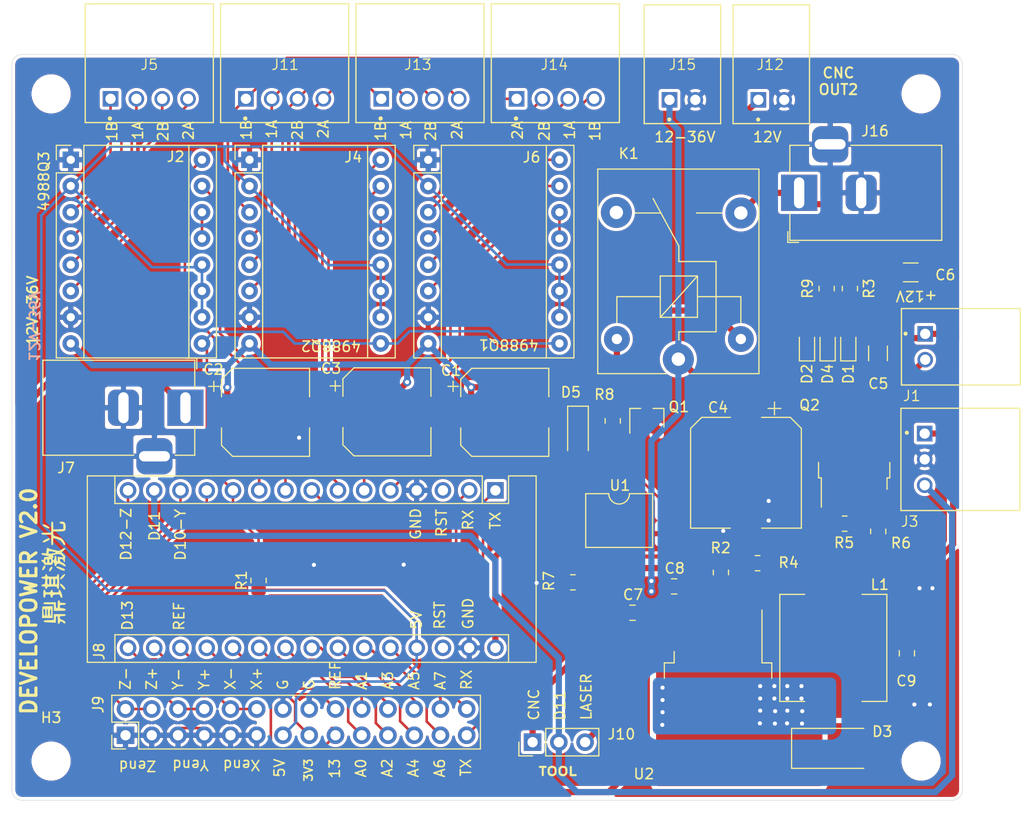
<source format=kicad_pcb>
(kicad_pcb (version 20171130) (host pcbnew 5.1.12-84ad8e8a86~92~ubuntu21.10.1)
  (title_block (title Developower) (date 2019-12-23) (rev 2.0))
  (layers (0 F.Cu signal) (31 B.Cu signal) (34 B.Paste user) (35 F.Paste user) (36 B.SilkS user) (37 F.SilkS user) (38 B.Mask user) (39 F.Mask user) (44 Edge.Cuts user))
  (net 0 "")
  (net 1 GND)
  (net 2 +5V)
  (net 3 +3V3)
  (net 4 "Net-(D2-Pad2)")
  (net 5 /TX)
  (net 6 /RX)
  (net 7 /REF)
  (net 8 /A0)
  (net 9 /A1)
  (net 10 /A2)
  (net 11 /A3)
  (net 12 /A4)
  (net 13 /A5)
  (net 14 /A6)
  (net 15 /A7)
  (net 16 /D8)
  (net 17 /D12)
  (net 18 /D13)
  (net 19 "Net-(R7-Pad2)")
  (net 20 "Net-(R8-Pad2)")
  (net 21 "Net-(D1-Pad2)")
  (net 22 "Net-(D4-Pad2)")
  (net 23 /D9)
  (net 24 /D10)
  (net 25 /LASER)
  (net 26 "Net-(Q1-Pad1)")
  (net 27 "Net-(Q2-Pad1)")
  (net 28 "Net-(C8-Pad1)")
  (net 29 "Net-(D3-Pad1)")
  (net 30 "Net-(R2-Pad2)")
  (net 31 "Net-(J14-Pad4)")
  (net 32 "Net-(J14-Pad3)")
  (net 33 "Net-(J14-Pad2)")
  (net 34 "Net-(J14-Pad1)")
  (net 35 12V_36V)
  (net 36 /V_SPINDLE)
  (net 37 "Net-(J2-Pad13)")
  (net 38 "Net-(J4-Pad13)")
  (net 39 "Net-(J6-Pad13)")
  (net 40 /D2)
  (net 41 /D3)
  (net 42 /D4)
  (net 43 /D5)
  (net 44 /D6)
  (net 45 /D7)
  (net 46 /SPINDLE)
  (net 47 "Net-(J2-Pad3)")
  (net 48 "Net-(J2-Pad4)")
  (net 49 "Net-(J2-Pad5)")
  (net 50 "Net-(J2-Pad6)")
  (net 51 "Net-(J11-Pad1)")
  (net 52 "Net-(J11-Pad2)")
  (net 53 "Net-(J11-Pad3)")
  (net 54 "Net-(J11-Pad4)")
  (net 55 "Net-(C5-Pad2)")
  (net 56 +12V)
  (net 57 /spindle_ctl)
  (net 58 /D11_TOOL)
  (module MountingHole:MountingHole_3.2mm_M3 (layer F.Cu) (at 107.95 131.48)
    (fp_text reference H3 (at 0 -4.2) (layer F.SilkS))
    (fp_text value MountingHole)
    (pad 1 np_thru_hole circle (at 0 0) (size 3.2 3.2) (drill 3.2) (layers *.Cu *.Mask))
  )
  (module Capacitor_SMD:C_0805_2012Metric (layer F.Cu) (at 190.775 121.05 270)
    (fp_text reference C9 (at 2.675 0.05 180) (layer F.SilkS))
    (fp_text value 100n)
    (pad 2 smd roundrect (at 0.95 0 270) (size 1 1.45) (layers F.Cu F.Paste F.Mask) (net 1 GND))
    (pad 1 smd roundrect (at -0.95 0 270) (size 1 1.45) (layers F.Cu F.Paste F.Mask) (net 56 +12V))
  )
  (module Developower:Pololu_Breakout-16_15.2x20.3mm (layer F.Cu) (at 127.15 73.28)
    (fp_text reference J4 (at 10.0388 -0.25) (layer F.SilkS))
    (fp_text value Pololu_Breakout_A4988)
    (pad 1 thru_hole rect (at 0 0) (size 1.6 1.6) (drill 0.8) (layers *.Cu *.Mask) (net 1 GND))
    (pad 9 thru_hole oval (at 12.7 17.78) (size 1.6 1.6) (drill 0.8) (layers *.Cu *.Mask) (net 16 /D8))
    (pad 2 thru_hole oval (at 0 2.54) (size 1.6 1.6) (drill 0.8) (layers *.Cu *.Mask) (net 2 +5V))
    (pad 10 thru_hole oval (at 12.7 15.24) (size 1.6 1.6) (drill 0.8) (layers *.Cu *.Mask) (net 2 +5V))
    (pad 3 thru_hole oval (at 0 5.08) (size 1.6 1.6) (drill 0.8) (layers *.Cu *.Mask) (net 51 "Net-(J11-Pad1)"))
    (pad 11 thru_hole oval (at 12.7 12.7) (size 1.6 1.6) (drill 0.8) (layers *.Cu *.Mask) (net 2 +5V))
    (pad 4 thru_hole oval (at 0 7.62) (size 1.6 1.6) (drill 0.8) (layers *.Cu *.Mask) (net 52 "Net-(J11-Pad2)"))
    (pad 12 thru_hole oval (at 12.7 10.16) (size 1.6 1.6) (drill 0.8) (layers *.Cu *.Mask) (net 2 +5V))
    (pad 5 thru_hole oval (at 0 10.16) (size 1.6 1.6) (drill 0.8) (layers *.Cu *.Mask) (net 53 "Net-(J11-Pad3)"))
    (pad 13 thru_hole oval (at 12.7 7.62) (size 1.6 1.6) (drill 0.8) (layers *.Cu *.Mask) (net 38 "Net-(J4-Pad13)"))
    (pad 6 thru_hole oval (at 0 12.7) (size 1.6 1.6) (drill 0.8) (layers *.Cu *.Mask) (net 54 "Net-(J11-Pad4)"))
    (pad 14 thru_hole oval (at 12.7 5.08) (size 1.6 1.6) (drill 0.8) (layers *.Cu *.Mask) (net 38 "Net-(J4-Pad13)"))
    (pad 7 thru_hole oval (at 0 15.24) (size 1.6 1.6) (drill 0.8) (layers *.Cu *.Mask) (net 1 GND))
    (pad 15 thru_hole oval (at 12.7 2.54) (size 1.6 1.6) (drill 0.8) (layers *.Cu *.Mask) (net 41 /D3))
    (pad 8 thru_hole oval (at 0 17.78) (size 1.6 1.6) (drill 0.8) (layers *.Cu *.Mask) (net 56 +12V))
    (pad 16 thru_hole oval (at 12.7 0) (size 1.6 1.6) (drill 0.8) (layers *.Cu *.Mask) (net 44 /D6))
  )
  (module "Developower:JST_S4B-XH-A(LF)(SN)" (layer F.Cu) (at 130.55 67.38)
    (fp_text reference J11 (at 0.05 -3.3) (layer F.SilkS) (effects (font (thickness 0.12))))
    (fp_text value Y)
    (pad 4 thru_hole circle (at 3.75 0) (size 1.508 1.508) (drill 1) (layers *.Cu *.Mask) (net 54 "Net-(J11-Pad4)"))
    (pad 3 thru_hole circle (at 1.25 0) (size 1.508 1.508) (drill 1) (layers *.Cu *.Mask) (net 53 "Net-(J11-Pad3)"))
    (pad 2 thru_hole circle (at -1.25 0) (size 1.508 1.508) (drill 1) (layers *.Cu *.Mask) (net 52 "Net-(J11-Pad2)"))
    (pad 1 thru_hole rect (at -3.75 0) (size 1.508 1.508) (drill 1) (layers *.Cu *.Mask) (net 51 "Net-(J11-Pad1)"))
  )
  (module Capacitor_SMD:CP_Elec_8x10 (layer F.Cu) (at 151.856 97.7242)
    (fp_text reference C1 (at -5.206 -4.0442) (layer F.SilkS))
    (fp_text value 220/35V)
    (pad 2 smd roundrect (at 3.25 0) (size 3.5 2.5) (layers F.Cu F.Paste F.Mask) (roundrect_rratio 0.1) (net 1 GND))
    (pad 1 smd roundrect (at -3.25 0) (size 3.5 2.5) (layers F.Cu F.Paste F.Mask) (roundrect_rratio 0.1) (net 56 +12V))
  )
  (module Package_TO_SOT_SMD:SC-59 (layer F.Cu) (at 165.608 98.298 90)
    (fp_text reference Q1 (at 1.098 3.092 180) (layer F.SilkS))
    (fp_text value Y2)
    (pad 3 smd rect (at 1.2 0 90) (size 0.9 0.8) (layers F.Cu F.Paste F.Mask) (net 57 /spindle_ctl))
    (pad 2 smd rect (at -1.2 0.95 90) (size 0.9 0.8) (layers F.Cu F.Paste F.Mask) (net 1 GND))
    (pad 1 smd rect (at -1.2 -0.95 90) (size 0.9 0.8) (layers F.Cu F.Paste F.Mask) (net 26 "Net-(Q1-Pad1)"))
  )
  (module Package_TO_SOT_SMD:TO-252-2 (layer F.Cu) (at 185.674 101.6 90)
    (fp_text reference Q2 (at 4.572 -4.318 180) (layer F.SilkS))
    (fp_text value WJ0625A)
    (pad 2 smd rect (at 2.1 0 90) (size 6.4 5.8) (layers F.Cu F.Mask) (net 55 "Net-(C5-Pad2)"))
    (pad 3 smd rect (at -4.2 2.28 90) (size 2.2 1.2) (layers F.Cu F.Paste F.Mask) (net 1 GND))
    (pad 1 smd rect (at -4.2 -2.28 90) (size 2.2 1.2) (layers F.Cu F.Paste F.Mask) (net 27 "Net-(Q2-Pad1)"))
  )
  (module Package_DIP:SMDIP-4_W9.53mm (layer F.Cu) (at 162.925 108.2)
    (fp_text reference U1 (at 0.075 -3.4) (layer F.SilkS))
    (fp_text value PC817)
    (pad 4 smd rect (at 4.765 -1.27) (size 2 1.78) (layers F.Cu F.Paste F.Mask) (net 20 "Net-(R8-Pad2)"))
    (pad 2 smd rect (at -4.765 1.27) (size 2 1.78) (layers F.Cu F.Paste F.Mask) (net 4 "Net-(D2-Pad2)"))
    (pad 3 smd rect (at 4.765 1.27) (size 2 1.78) (layers F.Cu F.Paste F.Mask) (net 1 GND))
    (pad 1 smd rect (at -4.765 -1.27) (size 2 1.78) (layers F.Cu F.Paste F.Mask) (net 19 "Net-(R7-Pad2)"))
  )
  (module Connector_PinHeader_2.54mm:PinHeader_2x14_P2.54mm_Vertical (layer F.Cu) (at 115.15 128.98 90)
    (fp_text reference J9 (at 2.9734 -2.65 90) (layer F.SilkS))
    (fp_text value Misc)
    (pad 28 thru_hole oval (at 2.54 33.02 90) (size 1.7 1.7) (drill 1) (layers *.Cu *.Mask) (net 6 /RX))
    (pad 27 thru_hole oval (at 0 33.02 90) (size 1.7 1.7) (drill 1) (layers *.Cu *.Mask) (net 5 /TX))
    (pad 26 thru_hole oval (at 2.54 30.48 90) (size 1.7 1.7) (drill 1) (layers *.Cu *.Mask) (net 15 /A7))
    (pad 25 thru_hole oval (at 0 30.48 90) (size 1.7 1.7) (drill 1) (layers *.Cu *.Mask) (net 14 /A6))
    (pad 24 thru_hole oval (at 2.54 27.94 90) (size 1.7 1.7) (drill 1) (layers *.Cu *.Mask) (net 13 /A5))
    (pad 23 thru_hole oval (at 0 27.94 90) (size 1.7 1.7) (drill 1) (layers *.Cu *.Mask) (net 12 /A4))
    (pad 22 thru_hole oval (at 2.54 25.4 90) (size 1.7 1.7) (drill 1) (layers *.Cu *.Mask) (net 11 /A3))
    (pad 21 thru_hole oval (at 0 25.4 90) (size 1.7 1.7) (drill 1) (layers *.Cu *.Mask) (net 10 /A2))
    (pad 20 thru_hole oval (at 2.54 22.86 90) (size 1.7 1.7) (drill 1) (layers *.Cu *.Mask) (net 9 /A1))
    (pad 19 thru_hole oval (at 0 22.86 90) (size 1.7 1.7) (drill 1) (layers *.Cu *.Mask) (net 8 /A0))
    (pad 18 thru_hole oval (at 2.54 20.32 90) (size 1.7 1.7) (drill 1) (layers *.Cu *.Mask) (net 7 /REF))
    (pad 17 thru_hole oval (at 0 20.32 90) (size 1.7 1.7) (drill 1) (layers *.Cu *.Mask) (net 18 /D13))
    (pad 16 thru_hole oval (at 2.54 17.78 90) (size 1.7 1.7) (drill 1) (layers *.Cu *.Mask) (net 1 GND))
    (pad 15 thru_hole oval (at 0 17.78 90) (size 1.7 1.7) (drill 1) (layers *.Cu *.Mask) (net 3 +3V3))
    (pad 14 thru_hole oval (at 2.54 15.24 90) (size 1.7 1.7) (drill 1) (layers *.Cu *.Mask) (net 1 GND))
    (pad 13 thru_hole oval (at 0 15.24 90) (size 1.7 1.7) (drill 1) (layers *.Cu *.Mask) (net 2 +5V))
    (pad 12 thru_hole oval (at 2.54 12.7 90) (size 1.7 1.7) (drill 1) (layers *.Cu *.Mask) (net 23 /D9))
    (pad 11 thru_hole oval (at 0 12.7 90) (size 1.7 1.7) (drill 1) (layers *.Cu *.Mask) (net 1 GND))
    (pad 10 thru_hole oval (at 2.54 10.16 90) (size 1.7 1.7) (drill 1) (layers *.Cu *.Mask) (net 23 /D9))
    (pad 9 thru_hole oval (at 0 10.16 90) (size 1.7 1.7) (drill 1) (layers *.Cu *.Mask) (net 1 GND))
    (pad 8 thru_hole oval (at 2.54 7.62 90) (size 1.7 1.7) (drill 1) (layers *.Cu *.Mask) (net 24 /D10))
    (pad 7 thru_hole oval (at 0 7.62 90) (size 1.7 1.7) (drill 1) (layers *.Cu *.Mask) (net 1 GND))
    (pad 6 thru_hole oval (at 2.54 5.08 90) (size 1.7 1.7) (drill 1) (layers *.Cu *.Mask) (net 24 /D10))
    (pad 5 thru_hole oval (at 0 5.08 90) (size 1.7 1.7) (drill 1) (layers *.Cu *.Mask) (net 1 GND))
    (pad 4 thru_hole oval (at 2.54 2.54 90) (size 1.7 1.7) (drill 1) (layers *.Cu *.Mask) (net 17 /D12))
    (pad 3 thru_hole oval (at 0 2.54 90) (size 1.7 1.7) (drill 1) (layers *.Cu *.Mask) (net 1 GND))
    (pad 2 thru_hole oval (at 2.54 0 90) (size 1.7 1.7) (drill 1) (layers *.Cu *.Mask) (net 17 /D12))
    (pad 1 thru_hole rect (at 0 0 90) (size 1.7 1.7) (drill 1) (layers *.Cu *.Mask) (net 1 GND))
  )
  (module Developower:Relay_SPDT_SANYOU_SRD_Series_Form_C (layer F.Cu) (at 168.656 92.58 90)
    (fp_text reference K1 (at 19.9 -4.806 180) (layer F.SilkS))
    (fp_text value SRD-12VDC-SL-C)
    (pad 1 thru_hole circle (at 0 0 180) (size 3 3) (drill 1.3) (layers *.Cu *.Mask) (net 35 12V_36V))
    (pad 5 thru_hole circle (at 1.95 -5.95 180) (size 2.5 2.5) (drill 1) (layers *.Cu *.Mask) (net 57 /spindle_ctl))
    (pad 4 thru_hole circle (at 14.2 -6 180) (size 3 3) (drill 1.3) (layers *.Cu *.Mask))
    (pad 3 thru_hole circle (at 14.15 6.05 180) (size 3 3) (drill 1.3) (layers *.Cu *.Mask) (net 36 /V_SPINDLE))
    (pad 2 thru_hole circle (at 1.95 6.05 180) (size 2.5 2.5) (drill 1) (layers *.Cu *.Mask) (net 56 +12V))
  )
  (module Developower:Pololu_Breakout-16_15.2x20.3mm (layer F.Cu) (at 109.85 73.28)
    (fp_text reference J2 (at 10.15 -0.3) (layer F.SilkS))
    (fp_text value Pololu_Breakout_A4988)
    (pad 1 thru_hole rect (at 0 0) (size 1.6 1.6) (drill 0.8) (layers *.Cu *.Mask) (net 1 GND))
    (pad 9 thru_hole oval (at 12.7 17.78) (size 1.6 1.6) (drill 0.8) (layers *.Cu *.Mask) (net 16 /D8))
    (pad 2 thru_hole oval (at 0 2.54) (size 1.6 1.6) (drill 0.8) (layers *.Cu *.Mask) (net 2 +5V))
    (pad 10 thru_hole oval (at 12.7 15.24) (size 1.6 1.6) (drill 0.8) (layers *.Cu *.Mask) (net 2 +5V))
    (pad 3 thru_hole oval (at 0 5.08) (size 1.6 1.6) (drill 0.8) (layers *.Cu *.Mask) (net 47 "Net-(J2-Pad3)"))
    (pad 11 thru_hole oval (at 12.7 12.7) (size 1.6 1.6) (drill 0.8) (layers *.Cu *.Mask) (net 2 +5V))
    (pad 4 thru_hole oval (at 0 7.62) (size 1.6 1.6) (drill 0.8) (layers *.Cu *.Mask) (net 48 "Net-(J2-Pad4)"))
    (pad 12 thru_hole oval (at 12.7 10.16) (size 1.6 1.6) (drill 0.8) (layers *.Cu *.Mask) (net 2 +5V))
    (pad 5 thru_hole oval (at 0 10.16) (size 1.6 1.6) (drill 0.8) (layers *.Cu *.Mask) (net 49 "Net-(J2-Pad5)"))
    (pad 13 thru_hole oval (at 12.7 7.62) (size 1.6 1.6) (drill 0.8) (layers *.Cu *.Mask) (net 37 "Net-(J2-Pad13)"))
    (pad 6 thru_hole oval (at 0 12.7) (size 1.6 1.6) (drill 0.8) (layers *.Cu *.Mask) (net 50 "Net-(J2-Pad6)"))
    (pad 14 thru_hole oval (at 12.7 5.08) (size 1.6 1.6) (drill 0.8) (layers *.Cu *.Mask) (net 37 "Net-(J2-Pad13)"))
    (pad 7 thru_hole oval (at 0 15.24) (size 1.6 1.6) (drill 0.8) (layers *.Cu *.Mask) (net 1 GND))
    (pad 15 thru_hole oval (at 12.7 2.54) (size 1.6 1.6) (drill 0.8) (layers *.Cu *.Mask) (net 42 /D4))
    (pad 8 thru_hole oval (at 0 17.78) (size 1.6 1.6) (drill 0.8) (layers *.Cu *.Mask) (net 56 +12V))
    (pad 16 thru_hole oval (at 12.7 0) (size 1.6 1.6) (drill 0.8) (layers *.Cu *.Mask) (net 45 /D7))
  )
  (module Developower:L_Vishay_IHLP-4040 (layer F.Cu) (at 183.656 120.5242 90)
    (fp_text reference L1 (at 6.1242 4.494 180) (layer F.SilkS))
    (fp_text value 47u/5A)
    (pad 1 smd rect (at -4.5075 0 90) (size 3.175 4.95) (layers F.Cu F.Paste F.Mask) (net 29 "Net-(D3-Pad1)"))
    (pad 2 smd rect (at 4.5075 0 90) (size 3.175 4.95) (layers F.Cu F.Paste F.Mask) (net 56 +12V))
  )
  (module "Developower:JST_S4B-XH-A(LF)(SN)" (layer F.Cu) (at 117.45 67.38)
    (fp_text reference J5 (at 0 -3.3) (layer F.SilkS) (effects (font (thickness 0.12))))
    (fp_text value Z)
    (pad 4 thru_hole circle (at 3.75 0) (size 1.508 1.508) (drill 1) (layers *.Cu *.Mask) (net 50 "Net-(J2-Pad6)"))
    (pad 3 thru_hole circle (at 1.25 0) (size 1.508 1.508) (drill 1) (layers *.Cu *.Mask) (net 49 "Net-(J2-Pad5)"))
    (pad 2 thru_hole circle (at -1.25 0) (size 1.508 1.508) (drill 1) (layers *.Cu *.Mask) (net 48 "Net-(J2-Pad4)"))
    (pad 1 thru_hole rect (at -3.75 0) (size 1.508 1.508) (drill 1) (layers *.Cu *.Mask) (net 47 "Net-(J2-Pad3)"))
  )
  (module "Developower:JST_S3B-XH-A(LF)(SN)" (layer F.Cu) (at 195.95 102.28 270)
    (fp_text reference J3 (at 6.01 4.9) (layer F.SilkS) (effects (font (thickness 0.12))))
    (fp_text value V_LASER)
    (pad 1 thru_hole rect (at -2.5 3.45 270) (size 1.508 1.508) (drill 1) (layers *.Cu *.Mask) (net 56 +12V))
    (pad 2 thru_hole circle (at 0 3.45 270) (size 1.508 1.508) (drill 1) (layers *.Cu *.Mask) (net 1 GND))
    (pad 3 thru_hole circle (at 2.5 3.45 270) (size 1.508 1.508) (drill 1) (layers *.Cu *.Mask) (net 58 /D11_TOOL))
  )
  (module "Developower:JST_S2B-XH-A(LF)(SN)" (layer F.Cu) (at 192.55 91.38 270)
    (fp_text reference J1 (at 4.75 1.3 180) (layer F.SilkS) (effects (font (thickness 0.12))))
    (fp_text value LASER)
    (pad 2 thru_hole circle (at 1.25 0 270) (size 1.508 1.508) (drill 1) (layers *.Cu *.Mask) (net 55 "Net-(C5-Pad2)"))
    (pad 1 thru_hole rect (at -1.25 0 270) (size 1.508 1.508) (drill 1) (layers *.Cu *.Mask) (net 56 +12V))
  )
  (module "Developower:JST_S2B-XH-A(LF)(SN)" (layer F.Cu) (at 177.65 67.48)
    (fp_text reference J12 (at -0.1 -3.4) (layer F.SilkS) (effects (font (thickness 0.12))))
    (fp_text value 12V)
    (pad 2 thru_hole circle (at 1.25 0) (size 1.508 1.508) (drill 1) (layers *.Cu *.Mask) (net 1 GND))
    (pad 1 thru_hole rect (at -1.25 0) (size 1.508 1.508) (drill 1) (layers *.Cu *.Mask) (net 56 +12V))
  )
  (module "Developower:JST_S2B-XH-A(LF)(SN)" (layer F.Cu) (at 169.05 67.48)
    (fp_text reference J15 (at 0 -3.4) (layer F.SilkS) (effects (font (thickness 0.12))))
    (fp_text value 12V-36V)
    (pad 2 thru_hole circle (at 1.25 0) (size 1.508 1.508) (drill 1) (layers *.Cu *.Mask) (net 1 GND))
    (pad 1 thru_hole rect (at -1.25 0) (size 1.508 1.508) (drill 1) (layers *.Cu *.Mask) (net 35 12V_36V))
  )
  (module "Developower:JST_S4B-XH-A(LF)(SN)" (layer F.Cu) (at 156.75 67.38)
    (fp_text reference J14 (at -0.1 -3.3) (layer F.SilkS) (effects (font (thickness 0.12))))
    (fp_text value X)
    (pad 4 thru_hole circle (at 3.75 0) (size 1.508 1.508) (drill 1) (layers *.Cu *.Mask) (net 31 "Net-(J14-Pad4)"))
    (pad 3 thru_hole circle (at 1.25 0) (size 1.508 1.508) (drill 1) (layers *.Cu *.Mask) (net 32 "Net-(J14-Pad3)"))
    (pad 2 thru_hole circle (at -1.25 0) (size 1.508 1.508) (drill 1) (layers *.Cu *.Mask) (net 33 "Net-(J14-Pad2)"))
    (pad 1 thru_hole rect (at -3.75 0) (size 1.508 1.508) (drill 1) (layers *.Cu *.Mask) (net 34 "Net-(J14-Pad1)"))
  )
  (module "Developower:JST_S4B-XH-A(LF)(SN)" (layer F.Cu) (at 143.65 67.38)
    (fp_text reference J13 (at -0.2 -3.3) (layer F.SilkS) (effects (font (thickness 0.12))))
    (fp_text value Y)
    (pad 4 thru_hole circle (at 3.75 0) (size 1.508 1.508) (drill 1) (layers *.Cu *.Mask) (net 51 "Net-(J11-Pad1)"))
    (pad 3 thru_hole circle (at 1.25 0) (size 1.508 1.508) (drill 1) (layers *.Cu *.Mask) (net 52 "Net-(J11-Pad2)"))
    (pad 2 thru_hole circle (at -1.25 0) (size 1.508 1.508) (drill 1) (layers *.Cu *.Mask) (net 53 "Net-(J11-Pad3)"))
    (pad 1 thru_hole rect (at -3.75 0) (size 1.508 1.508) (drill 1) (layers *.Cu *.Mask) (net 54 "Net-(J11-Pad4)"))
  )
  (module Resistor_SMD:R_0805_2012Metric (layer F.Cu) (at 128.025 114 90)
    (fp_text reference R1 (at 0 -1.65 90) (layer F.SilkS))
    (fp_text value 10K)
    (pad 2 smd roundrect (at 0.9125 0 90) (size 1.025 1.4) (layers F.Cu F.Paste F.Mask) (roundrect_rratio 0.243902) (net 16 /D8))
    (pad 1 smd roundrect (at -0.9125 0 90) (size 1.025 1.4) (layers F.Cu F.Paste F.Mask) (roundrect_rratio 0.243902) (net 2 +5V))
  )
  (module LED_SMD:LED_0603_1608Metric (layer F.Cu) (at 183.106 91.2642 90)
    (fp_text reference D4 (at -2.75 0 90) (layer F.SilkS))
    (fp_text value LED)
    (pad 2 smd roundrect (at 0.7875 0 90) (size 0.875 0.95) (layers F.Cu F.Paste F.Mask) (net 22 "Net-(D4-Pad2)"))
    (pad 1 smd roundrect (at -0.7875 0 90) (size 0.875 0.95) (layers F.Cu F.Paste F.Mask) (net 1 GND))
  )
  (module LED_SMD:LED_0603_1608Metric (layer F.Cu) (at 181.106 91.2642 90)
    (fp_text reference D2 (at -2.75 0 90) (layer F.SilkS))
    (fp_text value LED)
    (pad 2 smd roundrect (at 0.7875 0 90) (size 0.875 0.95) (layers F.Cu F.Paste F.Mask) (net 4 "Net-(D2-Pad2)"))
    (pad 1 smd roundrect (at -0.7875 0 90) (size 0.875 0.95) (layers F.Cu F.Paste F.Mask) (net 1 GND))
  )
  (module LED_SMD:LED_0603_1608Metric (layer F.Cu) (at 185.106 91.2642 90)
    (fp_text reference D1 (at -2.75 0 90) (layer F.SilkS))
    (fp_text value LED)
    (pad 2 smd roundrect (at 0.7875 0 90) (size 0.875 0.95) (layers F.Cu F.Paste F.Mask) (net 21 "Net-(D1-Pad2)"))
    (pad 1 smd roundrect (at -0.7875 0 90) (size 0.875 0.95) (layers F.Cu F.Paste F.Mask) (net 55 "Net-(C5-Pad2)"))
  )
  (module Capacitor_SMD:C_1206_3216Metric (layer F.Cu) (at 191.15 84.18 180)
    (fp_text reference C6 (at -3.344 -0.25) (layer F.SilkS))
    (fp_text value 100n)
    (pad 2 smd roundrect (at 1.475 0 180) (size 1.15 1.8) (layers F.Cu F.Paste F.Mask) (roundrect_rratio 0.217391) (net 36 /V_SPINDLE))
    (pad 1 smd roundrect (at -1.475 0 180) (size 1.15 1.8) (layers F.Cu F.Paste F.Mask) (roundrect_rratio 0.217391) (net 1 GND))
  )
  (module Capacitor_SMD:C_1206_3216Metric (layer F.Cu) (at 187.98 92.02 270)
    (fp_text reference C5 (at 2.93 -0.03 180) (layer F.SilkS))
    (fp_text value 100n)
    (pad 2 smd roundrect (at 1.475 0 270) (size 1.15 1.8) (layers F.Cu F.Paste F.Mask) (roundrect_rratio 0.217391) (net 55 "Net-(C5-Pad2)"))
    (pad 1 smd roundrect (at -1.475 0 270) (size 1.15 1.8) (layers F.Cu F.Paste F.Mask) (roundrect_rratio 0.217391) (net 56 +12V))
  )
  (module Diode_SMD:D_MiniMELF (layer F.Cu) (at 158.94 99.68 270)
    (fp_text reference D5 (at -3.9 0.69 180) (layer F.SilkS))
    (fp_text value MELF)
    (pad 2 smd rect (at 1.75 0 270) (size 1.3 1.7) (layers F.Cu F.Paste F.Mask) (net 57 /spindle_ctl))
    (pad 1 smd rect (at -1.75 0 270) (size 1.3 1.7) (layers F.Cu F.Paste F.Mask) (net 56 +12V))
  )
  (module Resistor_SMD:R_0805_2012Metric (layer F.Cu) (at 183.01 85.75 270)
    (fp_text reference R9 (at 0 1.85 90) (layer F.SilkS))
    (fp_text value 5k)
    (pad 2 smd roundrect (at 0.9125 0 270) (size 1.025 1.4) (layers F.Cu F.Paste F.Mask) (roundrect_rratio 0.243902) (net 22 "Net-(D4-Pad2)"))
    (pad 1 smd roundrect (at -0.9125 0 270) (size 1.025 1.4) (layers F.Cu F.Paste F.Mask) (roundrect_rratio 0.243902) (net 56 +12V))
  )
  (module Resistor_SMD:R_0805_2012Metric (layer F.Cu) (at 162.306 98.552 270)
    (fp_text reference R8 (at -2.552 0.806 180) (layer F.SilkS))
    (fp_text value 4k7)
    (pad 2 smd roundrect (at 0.9125 0 270) (size 1.025 1.4) (layers F.Cu F.Paste F.Mask) (roundrect_rratio 0.243902) (net 20 "Net-(R8-Pad2)"))
    (pad 1 smd roundrect (at -0.9125 0 270) (size 1.025 1.4) (layers F.Cu F.Paste F.Mask) (roundrect_rratio 0.243902) (net 26 "Net-(Q1-Pad1)"))
  )
  (module Resistor_SMD:R_0805_2012Metric (layer F.Cu) (at 158.45 114.18 180)
    (fp_text reference R7 (at 2.325 0.125 90) (layer F.SilkS))
    (fp_text value 1k)
    (pad 2 smd roundrect (at 0.9125 0 180) (size 1.025 1.4) (layers F.Cu F.Paste F.Mask) (roundrect_rratio 0.243902) (net 19 "Net-(R7-Pad2)"))
    (pad 1 smd roundrect (at -0.9125 0 180) (size 1.025 1.4) (layers F.Cu F.Paste F.Mask) (roundrect_rratio 0.243902) (net 46 /SPINDLE))
  )
  (module Resistor_SMD:R_0805_2012Metric (layer F.Cu) (at 188 109.25 90)
    (fp_text reference R6 (at -1.13 2.2 180) (layer F.SilkS))
    (fp_text value 100k)
    (pad 2 smd roundrect (at 0.9125 0 90) (size 1.025 1.4) (layers F.Cu F.Paste F.Mask) (roundrect_rratio 0.243902) (net 1 GND))
    (pad 1 smd roundrect (at -0.9125 0 90) (size 1.025 1.4) (layers F.Cu F.Paste F.Mask) (roundrect_rratio 0.243902) (net 25 /LASER))
  )
  (module Resistor_SMD:R_0805_2012Metric (layer F.Cu) (at 184.75 108.5)
    (fp_text reference R5 (at -0.05 1.85) (layer F.SilkS))
    (fp_text value 10k)
    (pad 2 smd roundrect (at 0.9125 0) (size 1.025 1.4) (layers F.Cu F.Paste F.Mask) (roundrect_rratio 0.243902) (net 25 /LASER))
    (pad 1 smd roundrect (at -0.9125 0) (size 1.025 1.4) (layers F.Cu F.Paste F.Mask) (roundrect_rratio 0.243902) (net 27 "Net-(Q2-Pad1)"))
  )
  (module Resistor_SMD:R_0805_2012Metric (layer F.Cu) (at 176.325 112.325 180)
    (fp_text reference R4 (at -3 0.05) (layer F.SilkS))
    (fp_text value 16k)
    (pad 2 smd roundrect (at 0.9125 0 180) (size 1.025 1.4) (layers F.Cu F.Paste F.Mask) (roundrect_rratio 0.243902) (net 30 "Net-(R2-Pad2)"))
    (pad 1 smd roundrect (at -0.9125 0 180) (size 1.025 1.4) (layers F.Cu F.Paste F.Mask) (roundrect_rratio 0.243902) (net 56 +12V))
  )
  (module Resistor_SMD:R_0805_2012Metric (layer F.Cu) (at 185.26 85.75 270)
    (fp_text reference R3 (at 0 -1.85 90) (layer F.SilkS))
    (fp_text value 2k)
    (pad 2 smd roundrect (at 0.9125 0 270) (size 1.025 1.4) (layers F.Cu F.Paste F.Mask) (roundrect_rratio 0.243902) (net 21 "Net-(D1-Pad2)"))
    (pad 1 smd roundrect (at -0.9125 0 270) (size 1.025 1.4) (layers F.Cu F.Paste F.Mask) (roundrect_rratio 0.243902) (net 56 +12V))
  )
  (module Resistor_SMD:R_0805_2012Metric (layer F.Cu) (at 172.775 113.225 270)
    (fp_text reference R2 (at -2.375 0.025 180) (layer F.SilkS))
    (fp_text value 1k8)
    (pad 2 smd roundrect (at 0.9125 0 270) (size 1.025 1.4) (layers F.Cu F.Paste F.Mask) (roundrect_rratio 0.243902) (net 30 "Net-(R2-Pad2)"))
    (pad 1 smd roundrect (at -0.9125 0 270) (size 1.025 1.4) (layers F.Cu F.Paste F.Mask) (roundrect_rratio 0.243902) (net 1 GND))
  )
  (module Capacitor_SMD:C_0805_2012Metric (layer F.Cu) (at 168.25 114.575 180)
    (fp_text reference C8 (at -0.05 1.75) (layer F.SilkS))
    (fp_text value 100n)
    (pad 2 smd roundrect (at 0.95 0 180) (size 1 1.45) (layers F.Cu F.Paste F.Mask) (net 35 12V_36V))
    (pad 1 smd roundrect (at -0.95 0 180) (size 1 1.45) (layers F.Cu F.Paste F.Mask) (net 28 "Net-(C8-Pad1)"))
  )
  (module Capacitor_SMD:C_0805_2012Metric (layer F.Cu) (at 164.225 117.125 180)
    (fp_text reference C7 (at -0.05 1.75) (layer F.SilkS))
    (fp_text value 100n)
    (pad 2 smd roundrect (at 0.95 0 180) (size 1 1.45) (layers F.Cu F.Paste F.Mask) (net 1 GND))
    (pad 1 smd roundrect (at -0.95 0 180) (size 1 1.45) (layers F.Cu F.Paste F.Mask) (net 35 12V_36V))
  )
  (module Diode_SMD:D_2512_6332Metric (layer F.Cu) (at 183.45 130.25)
    (fp_text reference D3 (at 4.944 -1.6242) (layer F.SilkS))
    (fp_text value SS54)
    (pad 2 smd roundrect (at 2.9 0) (size 1.35 3.35) (layers F.Cu F.Paste F.Mask) (roundrect_rratio 0.185185) (net 1 GND))
    (pad 1 smd roundrect (at -2.9 0) (size 1.35 3.35) (layers F.Cu F.Paste F.Mask) (roundrect_rratio 0.185185) (net 29 "Net-(D3-Pad1)"))
  )
  (module Package_TO_SOT_SMD:TO-263-5_TabPin6 (layer F.Cu) (at 172.5 124.925 270)
    (fp_text reference U2 (at 7.8 7.175 180) (layer F.SilkS))
    (fp_text value XL4015E1)
    (pad 6 smd rect (at 3.375 0 270) (size 9.4 10.8) (layers F.Cu F.Mask) (net 29 "Net-(D3-Pad1)"))
    (pad 5 smd rect (at -5.775 3.4 270) (size 4.6 1.1) (layers F.Cu F.Paste F.Mask) (net 35 12V_36V))
    (pad 4 smd rect (at -5.775 1.7 270) (size 4.6 1.1) (layers F.Cu F.Paste F.Mask) (net 28 "Net-(C8-Pad1)"))
    (pad 3 smd rect (at -5.775 0 270) (size 4.6 1.1) (layers F.Cu F.Paste F.Mask) (net 29 "Net-(D3-Pad1)"))
    (pad 2 smd rect (at -5.775 -1.7 270) (size 4.6 1.1) (layers F.Cu F.Paste F.Mask) (net 30 "Net-(R2-Pad2)"))
    (pad 1 smd rect (at -5.775 -3.4 270) (size 4.6 1.1) (layers F.Cu F.Paste F.Mask) (net 1 GND))
  )
  (module Capacitor_SMD:CP_Elec_10x10.5 (layer F.Cu) (at 175.2 103.575 270)
    (fp_text reference C4 (at -6.3242 2.706 180) (layer F.SilkS))
    (fp_text value 220/50V)
    (pad 2 smd roundrect (at 4.2 0 270) (size 4.4 2.5) (layers F.Cu F.Paste F.Mask) (roundrect_rratio 0.1) (net 1 GND))
    (pad 1 smd roundrect (at -4.2 0 270) (size 4.4 2.5) (layers F.Cu F.Paste F.Mask) (roundrect_rratio 0.1) (net 35 12V_36V))
  )
  (module Capacitor_SMD:CP_Elec_8x10 (layer F.Cu) (at 140.45 97.68)
    (fp_text reference C3 (at -5.4 -4.2) (layer F.SilkS))
    (fp_text value 220/35V)
    (pad 2 smd roundrect (at 3.25 0) (size 3.5 2.5) (layers F.Cu F.Paste F.Mask) (roundrect_rratio 0.1) (net 1 GND))
    (pad 1 smd roundrect (at -3.25 0) (size 3.5 2.5) (layers F.Cu F.Paste F.Mask) (roundrect_rratio 0.1) (net 56 +12V))
  )
  (module Capacitor_SMD:CP_Elec_8x10 (layer F.Cu) (at 128.7 97.7242)
    (fp_text reference C2 (at -5.05 -4.1442) (layer F.SilkS))
    (fp_text value 220/35V)
    (pad 2 smd roundrect (at 3.25 0) (size 3.5 2.5) (layers F.Cu F.Paste F.Mask) (roundrect_rratio 0.1) (net 1 GND))
    (pad 1 smd roundrect (at -3.25 0) (size 3.5 2.5) (layers F.Cu F.Paste F.Mask) (roundrect_rratio 0.1) (net 56 +12V))
  )
  (module Developower:chinese-text (layer F.Cu) (at 108.15 113.25 90)
    (fp_text reference T1 hide)
    (fp_text value Logo_Open_Hardware_Small hide)
  )
  (module Connector_PinHeader_2.54mm:PinHeader_1x03_P2.54mm_Vertical (layer F.Cu) (at 154.55 129.65 90)
    (fp_text reference J10 (at 0.77 8.6 180) (layer F.SilkS))
    (fp_text value Mode)
    (pad 3 thru_hole oval (at 0 5.08 90) (size 1.7 1.7) (drill 1) (layers *.Cu *.Mask) (net 25 /LASER))
    (pad 2 thru_hole oval (at 0 2.54 90) (size 1.7 1.7) (drill 1) (layers *.Cu *.Mask) (net 58 /D11_TOOL))
    (pad 1 thru_hole rect (at 0 0 90) (size 1.7 1.7) (drill 1) (layers *.Cu *.Mask) (net 46 /SPINDLE))
  )
  (module Developower:Pololu_Breakout-16_15.2x20.3mm (layer F.Cu) (at 144.45 73.28)
    (fp_text reference J6 (at 10 -0.2414) (layer F.SilkS))
    (fp_text value Pololu_Breakout_A4988)
    (pad 1 thru_hole rect (at 0 0) (size 1.6 1.6) (drill 0.8) (layers *.Cu *.Mask) (net 1 GND))
    (pad 9 thru_hole oval (at 12.7 17.78) (size 1.6 1.6) (drill 0.8) (layers *.Cu *.Mask) (net 16 /D8))
    (pad 2 thru_hole oval (at 0 2.54) (size 1.6 1.6) (drill 0.8) (layers *.Cu *.Mask) (net 2 +5V))
    (pad 10 thru_hole oval (at 12.7 15.24) (size 1.6 1.6) (drill 0.8) (layers *.Cu *.Mask) (net 2 +5V))
    (pad 3 thru_hole oval (at 0 5.08) (size 1.6 1.6) (drill 0.8) (layers *.Cu *.Mask) (net 34 "Net-(J14-Pad1)"))
    (pad 11 thru_hole oval (at 12.7 12.7) (size 1.6 1.6) (drill 0.8) (layers *.Cu *.Mask) (net 2 +5V))
    (pad 4 thru_hole oval (at 0 7.62) (size 1.6 1.6) (drill 0.8) (layers *.Cu *.Mask) (net 33 "Net-(J14-Pad2)"))
    (pad 12 thru_hole oval (at 12.7 10.16) (size 1.6 1.6) (drill 0.8) (layers *.Cu *.Mask) (net 2 +5V))
    (pad 5 thru_hole oval (at 0 10.16) (size 1.6 1.6) (drill 0.8) (layers *.Cu *.Mask) (net 32 "Net-(J14-Pad3)"))
    (pad 13 thru_hole oval (at 12.7 7.62) (size 1.6 1.6) (drill 0.8) (layers *.Cu *.Mask) (net 39 "Net-(J6-Pad13)"))
    (pad 6 thru_hole oval (at 0 12.7) (size 1.6 1.6) (drill 0.8) (layers *.Cu *.Mask) (net 31 "Net-(J14-Pad4)"))
    (pad 14 thru_hole oval (at 12.7 5.08) (size 1.6 1.6) (drill 0.8) (layers *.Cu *.Mask) (net 39 "Net-(J6-Pad13)"))
    (pad 7 thru_hole oval (at 0 15.24) (size 1.6 1.6) (drill 0.8) (layers *.Cu *.Mask) (net 1 GND))
    (pad 15 thru_hole oval (at 12.7 2.54) (size 1.6 1.6) (drill 0.8) (layers *.Cu *.Mask) (net 40 /D2))
    (pad 8 thru_hole oval (at 0 17.78) (size 1.6 1.6) (drill 0.8) (layers *.Cu *.Mask) (net 56 +12V))
    (pad 16 thru_hole oval (at 12.7 0) (size 1.6 1.6) (drill 0.8) (layers *.Cu *.Mask) (net 43 /D5))
  )
  (module Developower:BarrelJack_Horizontal (layer F.Cu) (at 180.35 76.48 180)
    (fp_text reference J16 (at -7.344 5.9742) (layer F.SilkS))
    (fp_text value CNC_OUT2)
    (pad 3 thru_hole roundrect (at -3 4.7 180) (size 3.5 3.5) (drill oval 3 1) (layers *.Cu *.Mask) (net 1 GND))
    (pad 2 thru_hole roundrect (at -6 0 180) (size 3 3.5) (drill oval 1 3) (layers *.Cu *.Mask) (net 1 GND))
    (pad 1 thru_hole rect (at 0 0 180) (size 3.5 3.5) (drill oval 1 3) (layers *.Cu *.Mask) (net 36 /V_SPINDLE))
  )
  (module Developower:BarrelJack_Horizontal (layer F.Cu) (at 120.95 97.28)
    (fp_text reference J7 (at -11.556 5.8258) (layer F.SilkS))
    (fp_text value 12-36V)
    (pad 3 thru_hole roundrect (at -3 4.7) (size 3.5 3.5) (drill oval 3 1) (layers *.Cu *.Mask) (net 1 GND))
    (pad 2 thru_hole roundrect (at -6 0) (size 3 3.5) (drill oval 1 3) (layers *.Cu *.Mask) (net 1 GND))
    (pad 1 thru_hole rect (at 0 0) (size 3.5 3.5) (drill oval 1 3) (layers *.Cu *.Mask) (net 35 12V_36V))
  )
  (module Developower:Arduino_Nano (layer F.Cu) (at 150.95 105.28 270)
    (fp_text reference J8 (at 15.6 38.35 90) (layer F.SilkS))
    (fp_text value Arduino_Nano)
    (pad 1 thru_hole rect (at 0 0 270) (size 1.6 1.6) (drill 1) (layers *.Cu *.Mask) (net 5 /TX))
    (pad 17 thru_hole oval (at 15.24 33.02 270) (size 1.6 1.6) (drill 1) (layers *.Cu *.Mask) (net 3 +3V3))
    (pad 2 thru_hole oval (at 0 2.54 270) (size 1.6 1.6) (drill 1) (layers *.Cu *.Mask) (net 6 /RX))
    (pad 18 thru_hole oval (at 15.24 30.48 270) (size 1.6 1.6) (drill 1) (layers *.Cu *.Mask) (net 7 /REF))
    (pad 3 thru_hole oval (at 0 5.08 270) (size 1.6 1.6) (drill 1) (layers *.Cu *.Mask))
    (pad 19 thru_hole oval (at 15.24 27.94 270) (size 1.6 1.6) (drill 1) (layers *.Cu *.Mask) (net 8 /A0))
    (pad 4 thru_hole oval (at 0 7.62 270) (size 1.6 1.6) (drill 1) (layers *.Cu *.Mask) (net 1 GND))
    (pad 20 thru_hole oval (at 15.24 25.4 270) (size 1.6 1.6) (drill 1) (layers *.Cu *.Mask) (net 9 /A1))
    (pad 5 thru_hole oval (at 0 10.16 270) (size 1.6 1.6) (drill 1) (layers *.Cu *.Mask) (net 40 /D2))
    (pad 21 thru_hole oval (at 15.24 22.86 270) (size 1.6 1.6) (drill 1) (layers *.Cu *.Mask) (net 10 /A2))
    (pad 6 thru_hole oval (at 0 12.7 270) (size 1.6 1.6) (drill 1) (layers *.Cu *.Mask) (net 41 /D3))
    (pad 22 thru_hole oval (at 15.24 20.32 270) (size 1.6 1.6) (drill 1) (layers *.Cu *.Mask) (net 11 /A3))
    (pad 7 thru_hole oval (at 0 15.24 270) (size 1.6 1.6) (drill 1) (layers *.Cu *.Mask) (net 42 /D4))
    (pad 23 thru_hole oval (at 15.24 17.78 270) (size 1.6 1.6) (drill 1) (layers *.Cu *.Mask) (net 12 /A4))
    (pad 8 thru_hole oval (at 0 17.78 270) (size 1.6 1.6) (drill 1) (layers *.Cu *.Mask) (net 43 /D5))
    (pad 24 thru_hole oval (at 15.24 15.24 270) (size 1.6 1.6) (drill 1) (layers *.Cu *.Mask) (net 13 /A5))
    (pad 9 thru_hole oval (at 0 20.32 270) (size 1.6 1.6) (drill 1) (layers *.Cu *.Mask) (net 44 /D6))
    (pad 25 thru_hole oval (at 15.24 12.7 270) (size 1.6 1.6) (drill 1) (layers *.Cu *.Mask) (net 14 /A6))
    (pad 10 thru_hole oval (at 0 22.86 270) (size 1.6 1.6) (drill 1) (layers *.Cu *.Mask) (net 45 /D7))
    (pad 26 thru_hole oval (at 15.24 10.16 270) (size 1.6 1.6) (drill 1) (layers *.Cu *.Mask) (net 15 /A7))
    (pad 11 thru_hole oval (at 0 25.4 270) (size 1.6 1.6) (drill 1) (layers *.Cu *.Mask) (net 16 /D8))
    (pad 27 thru_hole oval (at 15.24 7.62 270) (size 1.6 1.6) (drill 1) (layers *.Cu *.Mask) (net 2 +5V))
    (pad 12 thru_hole oval (at 0 27.94 270) (size 1.6 1.6) (drill 1) (layers *.Cu *.Mask) (net 23 /D9))
    (pad 28 thru_hole oval (at 15.24 5.08 270) (size 1.6 1.6) (drill 1) (layers *.Cu *.Mask))
    (pad 13 thru_hole oval (at 0 30.48 270) (size 1.6 1.6) (drill 1) (layers *.Cu *.Mask) (net 24 /D10))
    (pad 29 thru_hole oval (at 15.24 2.54 270) (size 1.6 1.6) (drill 1) (layers *.Cu *.Mask) (net 1 GND))
    (pad 14 thru_hole oval (at 0 33.02 270) (size 1.6 1.6) (drill 1) (layers *.Cu *.Mask) (net 58 /D11_TOOL))
    (pad 30 thru_hole oval (at 15.24 0 270) (size 1.6 1.6) (drill 1) (layers *.Cu *.Mask) (net 56 +12V))
    (pad 15 thru_hole oval (at 0 35.56 270) (size 1.6 1.6) (drill 1) (layers *.Cu *.Mask) (net 17 /D12))
    (pad 16 thru_hole oval (at 15.24 35.56 270) (size 1.6 1.6) (drill 1) (layers *.Cu *.Mask) (net 18 /D13))
  )
  (module MountingHole:MountingHole_3.2mm_M3 (layer F.Cu) (at 192.15 131.48)
    (fp_text reference H4 hide)
    (fp_text value MountingHole)
    (pad 1 np_thru_hole circle (at 0 0) (size 3.2 3.2) (drill 3.2) (layers *.Cu *.Mask))
  )
  (module MountingHole:MountingHole_3.2mm_M3 (layer F.Cu) (at 192.15 66.9)
    (fp_text reference H2 hide)
    (fp_text value MountingHole)
    (pad 1 np_thru_hole circle (at 0 0) (size 3.2 3.2) (drill 3.2) (layers *.Cu *.Mask))
  )
  (module MountingHole:MountingHole_3.2mm_M3 (layer F.Cu) (at 107.95 66.9)
    (fp_text reference H1 hide)
    (fp_text value MountingHole)
    (pad 1 np_thru_hole circle (at 0 0) (size 3.2 3.2) (drill 3.2) (layers *.Cu *.Mask))
  )
  (gr_text +12V (at 189.61 86.48 180) (layer F.SilkS) (effects (font (size 1 1)) (justify right)))
  (gr_text 1B (at 160.59 69.42 90) (layer F.SilkS) (effects (font (size 1 1)) (justify right)))
  (gr_text 2A (at 153.09 69.42 90) (layer F.SilkS) (effects (font (size 1 1)) (justify right)))
  (gr_text 2B (at 155.69 69.42 90) (layer F.SilkS) (effects (font (size 1 1)) (justify right)))
  (gr_text 1A (at 158.14 69.42 90) (layer F.SilkS) (effects (font (size 1 1)) (justify right)))
  (gr_text 1B (at 139.84 69.42 90) (layer F.SilkS) (effects (font (size 1 1)) (justify right)))
  (gr_text 2A (at 147.24 69.42 90) (layer F.SilkS) (effects (font (size 1 1)) (justify right)))
  (gr_text 2B (at 144.69 69.42 90) (layer F.SilkS) (effects (font (size 1 1)) (justify right)))
  (gr_text 1A (at 142.29 69.42 90) (layer F.SilkS) (effects (font (size 1 1)) (justify right)))
  (gr_text 1B (at 126.84 69.32 90) (layer F.SilkS) (effects (font (size 1 1)) (justify right)))
  (gr_text 2A (at 134.29 69.32 90) (layer F.SilkS) (effects (font (size 1 1)) (justify right)))
  (gr_text 2B (at 131.79 69.32 90) (layer F.SilkS) (effects (font (size 1 1)) (justify right)))
  (gr_text 1A (at 129.29 69.32 90) (layer F.SilkS) (effects (font (size 1 1)) (justify right)))
  (gr_text 2B (at 118.79 69.46 90) (layer F.SilkS) (effects (font (size 1 1)) (justify right)))
  (gr_text 2A (at 121.24 69.46 90) (layer F.SilkS) (effects (font (size 1 1)) (justify right)))
  (gr_text 1A (at 116.34 69.46 90) (layer F.SilkS) (effects (font (size 1 1)) (justify right)))
  (gr_text 1B (at 113.846 69.46 90) (layer F.SilkS) (effects (font (size 1 1)) (justify right)))
  (gr_text 4988Q3 (at 107.25 78.38 90) (layer F.SilkS) (effects (font (size 1 1)) (justify left)))
  (gr_text 4988Q2 (at 138.05 91.28 180) (layer F.SilkS) (effects (font (size 1 1)) (justify left)))
  (gr_text 4988Q1 (at 155.25 91.18 180) (layer F.SilkS) (effects (font (size 1 1)) (justify left)))
  (gr_text D12-Z (at 115.206 112.1742 90) (layer F.SilkS) (effects (font (size 1 1)) (justify left)))
  (gr_text D11 (at 117.956 107.1742 90) (layer F.SilkS) (effects (font (size 1 1)) (justify right)))
  (gr_text D10-Y (at 120.456 112.1742 90) (layer F.SilkS) (effects (font (size 1 1)) (justify left)))
  (gr_text GND (at 143.236 110.138 90) (layer F.SilkS) (effects (font (size 1 1)) (justify left)))
  (gr_text RST (at 145.736 109.888 90) (layer F.SilkS) (effects (font (size 1 1)) (justify left)))
  (gr_text RX (at 148.306 107.0742 90) (layer F.SilkS) (effects (font (size 1 1)) (justify right)))
  (gr_text TX (at 150.943 107.2495 90) (layer F.SilkS) (effects (font (size 1 1)) (justify right)))
  (gr_text 5V (at 143.306 118.8242 90) (layer F.SilkS) (effects (font (size 1 1)) (justify left)))
  (gr_text RST (at 145.556 118.8242 90) (layer F.SilkS) (effects (font (size 1 1)) (justify left)))
  (gr_text GND (at 148.306 118.8242 90) (layer F.SilkS) (effects (font (size 1 1)) (justify left)))
  (gr_text REF (at 120.336 118.938 90) (layer F.SilkS) (effects (font (size 1 1)) (justify left)))
  (gr_text D13 (at 115.336 118.938 90) (layer F.SilkS) (effects (font (size 1 1)) (justify left)))
  (gr_arc (start 195.156 134.2742) (end 195.156 135.2742) (angle -90) (layer Edge.Cuts) (width 0.05))
  (gr_arc (start 195.15 64.08) (end 196.15 64.08) (angle -90) (layer Edge.Cuts) (width 0.05))
  (gr_arc (start 105.156 134.2742) (end 104.156 134.2742) (angle -90) (layer Edge.Cuts) (width 0.05))
  (gr_arc (start 105.15 64.08) (end 105.15 63.08) (angle -90) (layer Edge.Cuts) (width 0.05))
  (gr_text 12-36V (at 172.35 71.08) (layer F.SilkS) (effects (font (size 1 1)) (justify right)))
  (gr_text 12V (at 178.75 71.08) (layer F.SilkS) (effects (font (size 1 1)) (justify right)))
  (gr_text D11 (at 157.212 124.546 90) (layer F.SilkS) (effects (font (size 1 1)) (justify right)))
  (gr_text CNC (at 154.672 124.396 90) (layer F.SilkS) (effects (font (size 1 1)) (justify right)))
  (gr_text TX (at 148.093 131.1495 90) (layer F.SilkS) (effects (font (size 1 1)) (justify right)))
  (gr_text 12V-36V (at 106.3 89.4 -90) (layer B.SilkS) (effects (font (size 1 1) (thickness 0.18)) (justify mirror)))
  (gr_text 12V-36V (at 106.15 87.88 90) (layer F.SilkS) (effects (font (size 1 1) (thickness 0.18))))
  (gr_text "CNC\nOUT2" (at 184.15 65.68) (layer F.SilkS) (effects (font (size 1 1) (thickness 0.18))))
  (gr_text LASER (at 159.74 122.896 90) (layer F.SilkS) (effects (font (size 1 1)) (justify right)))
  (gr_text TOOL (at 158.95 132.48) (layer F.SilkS) (effects (font (size 0.8 1) (thickness 0.2)) (justify right)))
  (gr_text Xend (at 124.48 131.87 180) (layer F.SilkS) (effects (font (size 1 1)) (justify right)))
  (gr_text Yend (at 119.58 131.87 180) (layer F.SilkS) (effects (font (size 1 1)) (justify right)))
  (gr_text RX (at 148.156 124.688 90) (layer F.SilkS) (effects (font (size 1 1)) (justify left)))
  (gr_text A7 (at 145.616 124.688 90) (layer F.SilkS) (effects (font (size 1 1)) (justify left)))
  (gr_text A5 (at 143.076 124.688 90) (layer F.SilkS) (effects (font (size 1 1)) (justify left)))
  (gr_text A3 (at 140.536 124.688 90) (layer F.SilkS) (effects (font (size 1 1)) (justify left)))
  (gr_text A1 (at 137.996 124.688 90) (layer F.SilkS) (effects (font (size 1 1)) (justify left)))
  (gr_text REF (at 135.456 124.688 90) (layer F.SilkS) (effects (font (size 1 1)) (justify left)))
  (gr_text G (at 132.916 124.688 90) (layer F.SilkS) (effects (font (size 1 1)) (justify left)))
  (gr_text G (at 130.376 124.688 90) (layer F.SilkS) (effects (font (size 1 1)) (justify left)))
  (gr_text X+ (at 127.836 124.688 90) (layer F.SilkS) (effects (font (size 1 1)) (justify left)))
  (gr_text X- (at 125.296 124.688 90) (layer F.SilkS) (effects (font (size 1 1)) (justify left)))
  (gr_text Y+ (at 122.756 124.688 90) (layer F.SilkS) (effects (font (size 1 1)) (justify left)))
  (gr_text Y- (at 120.216 124.688 90) (layer F.SilkS) (effects (font (size 1 1)) (justify left)))
  (gr_text Z+ (at 117.676 124.688 90) (layer F.SilkS) (effects (font (size 1 1)) (justify left)))
  (gr_text Z- (at 115.136 124.688 90) (layer F.SilkS) (effects (font (size 1 1)) (justify left)))
  (gr_text Zend (at 114.4 131.95 180) (layer F.SilkS) (effects (font (size 1 1)) (justify right)))
  (gr_text 5V (at 130.059 131.1495 90) (layer F.SilkS) (effects (font (size 1 1)) (justify right)))
  (gr_text 3V3 (at 132.853 131.1495 90) (layer F.SilkS) (effects (font (size 0.8 0.8)) (justify right)))
  (gr_text 13 (at 135.393 131.1495 90) (layer F.SilkS) (effects (font (size 1 1)) (justify right)))
  (gr_text A0 (at 137.933 131.1495 90) (layer F.SilkS) (effects (font (size 1 1)) (justify right)))
  (gr_text A2 (at 140.473 131.1495 90) (layer F.SilkS) (effects (font (size 1 1)) (justify right)))
  (gr_text A4 (at 143.013 131.1495 90) (layer F.SilkS) (effects (font (size 1 1)) (justify right)))
  (gr_text A6 (at 145.553 131.1495 90) (layer F.SilkS) (effects (font (size 1 1)) (justify right)))
  (gr_text "DEVELOPOWER V2.0" (at 105.8 116 90) (layer F.SilkS) (effects (font (size 1.5 1.5) (thickness 0.3))))
  (gr_line (start 104.15 64.08) (end 104.156 134.2742) (layer Edge.Cuts) (width 0.05))
  (gr_line (start 105.156 135.2742) (end 195.156 135.2742) (layer Edge.Cuts) (width 0.05))
  (gr_line (start 196.15 64.08) (end 196.156 134.2742) (layer Edge.Cuts) (width 0.05))
  (gr_line (start 105.15 63.08) (end 195.15 63.08) (layer Edge.Cuts) (width 0.05))
  (via (at 193 126) (size 0.8) (drill 0.4) (layers F.Cu B.Cu) (net 1))
  (via (at 191.5 126) (size 0.8) (drill 0.4) (layers F.Cu B.Cu) (net 1))
  (via (at 192 114.75) (size 0.8) (drill 0.4) (layers F.Cu B.Cu) (net 1))
  (via (at 193.25 114.75) (size 0.8) (drill 0.4) (layers F.Cu B.Cu) (net 1))
  (via (at 154.94 114.24) (size 0.8) (drill 0.4) (layers F.Cu B.Cu) (net 1))
  (via (at 133.38 112.49) (size 0.8) (drill 0.4) (layers F.Cu B.Cu) (net 1))
  (via (at 142.07 112.47) (size 0.8) (drill 0.4) (layers F.Cu B.Cu) (net 1))
  (via (at 177.4 106.3) (size 0.8) (drill 0.4) (layers F.Cu B.Cu) (net 1))
  (via (at 177.4 108.2) (size 0.8) (drill 0.4) (layers F.Cu B.Cu) (net 1))
  (via (at 173 109.2) (size 0.8) (drill 0.4) (layers F.Cu B.Cu) (net 1))
  (segment (start 172.775 111.125) (end 172.775 112.3125) (width 0.25) (layer F.Cu) (net 1))
  (segment (start 175.2 108.7) (end 172.775 111.125) (width 0.25) (layer F.Cu) (net 1))
  (segment (start 175.2 107.775) (end 175.2 108.7) (width 0.25) (layer F.Cu) (net 1))
  (segment (start 122.87 128.2834) (end 122.6334 128.2834) (width 0.25) (layer F.Cu) (net 1))
  (segment (start 122.6334 128.2834) (end 120.33 128.2834) (width 0.25) (layer F.Cu) (net 1))
  (via (at 131.95 100.18) (size 0.8) (drill 0.4) (layers F.Cu B.Cu) (net 1))
  (segment (start 131.95 97.7242) (end 131.95 100.18) (width 0.25) (layer F.Cu) (net 1))
  (segment (start 122.55 83.44) (end 122.55 85.98) (width 0.25) (layer B.Cu) (net 2))
  (segment (start 122.55 85.98) (end 122.55 88.52) (width 0.25) (layer B.Cu) (net 2))
  (segment (start 139.85 83.44) (end 139.85 85.98) (width 0.25) (layer B.Cu) (net 2))
  (segment (start 139.85 85.98) (end 139.85 88.52) (width 0.25) (layer B.Cu) (net 2))
  (segment (start 157.15 83.44) (end 157.15 85.98) (width 0.25) (layer B.Cu) (net 2))
  (segment (start 157.15 85.98) (end 157.15 88.52) (width 0.25) (layer B.Cu) (net 2))
  (segment (start 144.45 75.82) (end 152.05 83.42) (width 0.25) (layer B.Cu) (net 2))
  (segment (start 157.13 83.42) (end 157.15 83.44) (width 0.25) (layer B.Cu) (net 2))
  (segment (start 152.05 83.42) (end 157.13 83.42) (width 0.25) (layer B.Cu) (net 2))
  (segment (start 127.15 75.82) (end 134.81 83.48) (width 0.25) (layer B.Cu) (net 2))
  (segment (start 139.81 83.48) (end 139.85 83.44) (width 0.25) (layer B.Cu) (net 2))
  (segment (start 134.81 83.48) (end 139.81 83.48) (width 0.25) (layer B.Cu) (net 2))
  (segment (start 124.75 73.42) (end 124.75 72) (width 0.25) (layer B.Cu) (net 2))
  (segment (start 127.15 75.82) (end 124.75 73.42) (width 0.25) (layer B.Cu) (net 2))
  (segment (start 140.63 72) (end 139.53 72) (width 0.25) (layer B.Cu) (net 2))
  (segment (start 144.45 75.82) (end 140.63 72) (width 0.25) (layer B.Cu) (net 2))
  (segment (start 139.53 72) (end 124.75 72) (width 0.25) (layer B.Cu) (net 2))
  (segment (start 139.75 72) (end 139.53 72) (width 0.25) (layer B.Cu) (net 2))
  (segment (start 109.85 75.82) (end 117.71 83.68) (width 0.25) (layer B.Cu) (net 2))
  (segment (start 122.31 83.68) (end 122.55 83.44) (width 0.25) (layer B.Cu) (net 2))
  (segment (start 117.71 83.68) (end 122.31 83.68) (width 0.25) (layer B.Cu) (net 2))
  (segment (start 113.73 72) (end 124.75 72) (width 0.25) (layer B.Cu) (net 2))
  (segment (start 109.91 75.82) (end 113.73 72) (width 0.25) (layer B.Cu) (net 2))
  (segment (start 109.85 75.82) (end 109.91 75.82) (width 0.25) (layer B.Cu) (net 2))
  (segment (start 143.33 122.2) (end 143.33 120.52) (width 0.25) (layer B.Cu) (net 2))
  (segment (start 133.35 123.78) (end 141.75 123.78) (width 0.25) (layer B.Cu) (net 2))
  (segment (start 131.65 125.48) (end 133.35 123.78) (width 0.25) (layer B.Cu) (net 2))
  (segment (start 141.75 123.78) (end 143.33 122.2) (width 0.25) (layer B.Cu) (net 2))
  (segment (start 131.65 127.72) (end 131.65 125.48) (width 0.25) (layer B.Cu) (net 2))
  (segment (start 130.39 128.98) (end 131.65 127.72) (width 0.25) (layer B.Cu) (net 2))
  (segment (start 109.85 75.82) (end 107 78.67) (width 0.25) (layer B.Cu) (net 2))
  (segment (start 107 78.67) (end 107 108.5) (width 0.25) (layer B.Cu) (net 2))
  (segment (start 143.33 120.52) (end 143.33 118.06) (width 0.25) (layer B.Cu) (net 2))
  (segment (start 143.33 118.06) (end 140.25 114.98) (width 0.25) (layer B.Cu) (net 2))
  (segment (start 113.48 114.98) (end 107 108.5) (width 0.25) (layer B.Cu) (net 2))
  (segment (start 140.25 114.98) (end 113.48 114.98) (width 0.25) (layer B.Cu) (net 2))
  (segment (start 128.025 114.9125) (end 140.1825 114.9125) (width 0.25) (layer F.Cu) (net 2))
  (segment (start 143.33 118.06) (end 143.33 120.52) (width 0.25) (layer F.Cu) (net 2))
  (segment (start 140.1825 114.9125) (end 143.33 118.06) (width 0.25) (layer F.Cu) (net 2))
  (segment (start 129.401409 125.264999) (end 128.1864 124.049989) (width 0.25) (layer F.Cu) (net 3))
  (segment (start 131.565001 127.615001) (end 131.565001 125.875999) (width 0.25) (layer F.Cu) (net 3))
  (segment (start 132.93 128.98) (end 131.565001 127.615001) (width 0.25) (layer F.Cu) (net 3))
  (segment (start 131.565001 125.875999) (end 130.954001 125.264999) (width 0.25) (layer F.Cu) (net 3))
  (segment (start 130.954001 125.264999) (end 129.401409 125.264999) (width 0.25) (layer F.Cu) (net 3))
  (segment (start 128.1864 124.049989) (end 121.459989 124.049989) (width 0.25) (layer F.Cu) (net 3))
  (segment (start 121.459989 124.049989) (end 117.93 120.52) (width 0.25) (layer F.Cu) (net 3))
  (segment (start 178.6 91.52) (end 179.6433 90.4767) (width 0.4) (layer F.Cu) (net 4))
  (segment (start 170.25 105.08) (end 172.23 103.1) (width 0.4) (layer F.Cu) (net 4))
  (segment (start 178.6 101.65) (end 178.6 91.52) (width 0.4) (layer F.Cu) (net 4))
  (segment (start 170.25 109.78) (end 170.25 105.08) (width 0.4) (layer F.Cu) (net 4))
  (segment (start 168.35 111.68) (end 170.25 109.78) (width 0.4) (layer F.Cu) (net 4))
  (segment (start 177.15 103.1) (end 178.6 101.65) (width 0.4) (layer F.Cu) (net 4))
  (segment (start 158.78 111.68) (end 168.35 111.68) (width 0.4) (layer F.Cu) (net 4))
  (segment (start 158.16 111.06) (end 158.78 111.68) (width 0.4) (layer F.Cu) (net 4))
  (segment (start 179.6433 90.4767) (end 181.106 90.4767) (width 0.4) (layer F.Cu) (net 4))
  (segment (start 172.23 103.1) (end 177.15 103.1) (width 0.4) (layer F.Cu) (net 4))
  (segment (start 158.16 109.47) (end 158.16 111.06) (width 0.4) (layer F.Cu) (net 4))
  (segment (start 149.75 127.4) (end 148.17 128.98) (width 0.25) (layer F.Cu) (net 5))
  (segment (start 149.75 106.48) (end 149.75 127.4) (width 0.25) (layer F.Cu) (net 5))
  (segment (start 150.95 105.28) (end 149.75 106.48) (width 0.25) (layer F.Cu) (net 5))
  (segment (start 148.41 105.28) (end 147.15 106.54) (width 0.25) (layer F.Cu) (net 6))
  (segment (start 147.15 125.42) (end 148.17 126.44) (width 0.25) (layer F.Cu) (net 6))
  (segment (start 147.15 106.54) (end 147.15 125.42) (width 0.25) (layer F.Cu) (net 6))
  (segment (start 135.47 126.44) (end 133.5 124.47) (width 0.25) (layer F.Cu) (net 7))
  (segment (start 133.5 124.47) (end 130.47 124.47) (width 0.25) (layer F.Cu) (net 7))
  (segment (start 130.47 124.47) (end 129 123) (width 0.25) (layer F.Cu) (net 7))
  (segment (start 122.95 123) (end 120.47 120.52) (width 0.25) (layer F.Cu) (net 7))
  (segment (start 129 123) (end 122.95 123) (width 0.25) (layer F.Cu) (net 7))
  (segment (start 136.7 127.67) (end 138.01 128.98) (width 0.25) (layer F.Cu) (net 8))
  (segment (start 136.7 125) (end 136.7 127.67) (width 0.25) (layer F.Cu) (net 8))
  (segment (start 136 124.3) (end 136.7 125) (width 0.25) (layer F.Cu) (net 8))
  (segment (start 135.031866 124.3) (end 136 124.3) (width 0.25) (layer F.Cu) (net 8))
  (segment (start 133.931866 123.2) (end 135.031866 124.3) (width 0.25) (layer F.Cu) (net 8))
  (segment (start 130.124688 123.2) (end 133.931866 123.2) (width 0.25) (layer F.Cu) (net 8))
  (segment (start 129.424688 122.5) (end 130.124688 123.2) (width 0.25) (layer F.Cu) (net 8))
  (segment (start 124.99 122.5) (end 129.424688 122.5) (width 0.25) (layer F.Cu) (net 8))
  (segment (start 123.01 120.52) (end 124.99 122.5) (width 0.25) (layer F.Cu) (net 8))
  (segment (start 138.01 125.237919) (end 138.01 126.44) (width 0.25) (layer F.Cu) (net 9))
  (segment (start 136.62207 123.849989) (end 138.01 125.237919) (width 0.25) (layer F.Cu) (net 9))
  (segment (start 135.465755 123.849989) (end 136.62207 123.849989) (width 0.25) (layer F.Cu) (net 9))
  (segment (start 134.190755 122.574989) (end 135.465755 123.849989) (width 0.25) (layer F.Cu) (net 9))
  (segment (start 130.458888 122.574989) (end 134.190755 122.574989) (width 0.25) (layer F.Cu) (net 9))
  (segment (start 126.904989 121.874989) (end 129.758888 121.874989) (width 0.25) (layer F.Cu) (net 9))
  (segment (start 129.758888 121.874989) (end 130.458888 122.574989) (width 0.25) (layer F.Cu) (net 9))
  (segment (start 125.55 120.52) (end 126.904989 121.874989) (width 0.25) (layer F.Cu) (net 9))
  (segment (start 139.374999 127.804999) (end 140.55 128.98) (width 0.25) (layer F.Cu) (net 10))
  (segment (start 139.374999 125.574999) (end 139.374999 127.804999) (width 0.25) (layer F.Cu) (net 10))
  (segment (start 137.124978 123.324978) (end 139.374999 125.574999) (width 0.25) (layer F.Cu) (net 10))
  (segment (start 135.577155 123.324978) (end 137.124978 123.324978) (width 0.25) (layer F.Cu) (net 10))
  (segment (start 134.377155 122.124978) (end 135.577155 123.324978) (width 0.25) (layer F.Cu) (net 10))
  (segment (start 130.645288 122.124978) (end 134.377155 122.124978) (width 0.25) (layer F.Cu) (net 10))
  (segment (start 129.945288 121.424978) (end 130.645288 122.124978) (width 0.25) (layer F.Cu) (net 10))
  (segment (start 128.994978 121.424978) (end 129.945288 121.424978) (width 0.25) (layer F.Cu) (net 10))
  (segment (start 128.09 120.52) (end 128.994978 121.424978) (width 0.25) (layer F.Cu) (net 10))
  (segment (start 137.474967 122.874967) (end 140.55 125.95) (width 0.25) (layer F.Cu) (net 11))
  (segment (start 135.763555 122.874967) (end 137.474967 122.874967) (width 0.25) (layer F.Cu) (net 11))
  (segment (start 140.55 125.95) (end 140.55 126.44) (width 0.25) (layer F.Cu) (net 11))
  (segment (start 134.563555 121.674967) (end 135.763555 122.874967) (width 0.25) (layer F.Cu) (net 11))
  (segment (start 131.784967 121.674967) (end 134.563555 121.674967) (width 0.25) (layer F.Cu) (net 11))
  (segment (start 130.63 120.52) (end 131.784967 121.674967) (width 0.25) (layer F.Cu) (net 11))
  (segment (start 141.725001 127.615001) (end 143.09 128.98) (width 0.25) (layer F.Cu) (net 12))
  (segment (start 141.725001 125.325001) (end 141.725001 127.615001) (width 0.25) (layer F.Cu) (net 12))
  (segment (start 138.824956 122.424956) (end 141.725001 125.325001) (width 0.25) (layer F.Cu) (net 12))
  (segment (start 135.949954 122.424956) (end 138.824956 122.424956) (width 0.25) (layer F.Cu) (net 12))
  (segment (start 134.044998 120.52) (end 135.949954 122.424956) (width 0.25) (layer F.Cu) (net 12))
  (segment (start 133.17 120.52) (end 134.044998 120.52) (width 0.25) (layer F.Cu) (net 12))
  (segment (start 139.474945 121.974945) (end 143.09 125.59) (width 0.25) (layer F.Cu) (net 13))
  (segment (start 137.164945 121.974945) (end 139.474945 121.974945) (width 0.25) (layer F.Cu) (net 13))
  (segment (start 143.09 125.59) (end 143.09 126.44) (width 0.25) (layer F.Cu) (net 13))
  (segment (start 135.71 120.52) (end 137.164945 121.974945) (width 0.25) (layer F.Cu) (net 13))
  (segment (start 144.3 127.65) (end 145.63 128.98) (width 0.25) (layer F.Cu) (net 14))
  (segment (start 144.3 125.1) (end 144.3 127.65) (width 0.25) (layer F.Cu) (net 14))
  (segment (start 140.25 122) (end 141.2 122) (width 0.25) (layer F.Cu) (net 14))
  (segment (start 139.075 120.825) (end 140.25 122) (width 0.25) (layer F.Cu) (net 14))
  (segment (start 141.2 122) (end 144.3 125.1) (width 0.25) (layer F.Cu) (net 14))
  (segment (start 139 120.825) (end 139.075 120.825) (width 0.25) (layer F.Cu) (net 14))
  (segment (start 138.695 120.52) (end 139 120.825) (width 0.25) (layer F.Cu) (net 14))
  (segment (start 138.25 120.52) (end 138.695 120.52) (width 0.25) (layer F.Cu) (net 14))
  (segment (start 145.63 125.36) (end 145.63 126.44) (width 0.25) (layer F.Cu) (net 15))
  (segment (start 140.79 120.52) (end 145.63 125.36) (width 0.25) (layer F.Cu) (net 15))
  (segment (start 125.55 105.28) (end 125.55 107.48) (width 0.25) (layer F.Cu) (net 16))
  (segment (start 128.025 109.955) (end 128.025 113.0875) (width 0.25) (layer F.Cu) (net 16))
  (segment (start 125.55 107.48) (end 128.025 109.955) (width 0.25) (layer F.Cu) (net 16))
  (segment (start 131.53 91.06) (end 139.85 91.06) (width 0.25) (layer B.Cu) (net 16))
  (segment (start 130.404999 89.934999) (end 131.53 91.06) (width 0.25) (layer B.Cu) (net 16))
  (segment (start 123.675001 89.934999) (end 130.404999 89.934999) (width 0.25) (layer B.Cu) (net 16))
  (segment (start 122.55 91.06) (end 123.675001 89.934999) (width 0.25) (layer B.Cu) (net 16))
  (segment (start 139.85 91.06) (end 141.47 91.06) (width 0.25) (layer B.Cu) (net 16))
  (segment (start 141.47 91.06) (end 142.65 89.88) (width 0.25) (layer B.Cu) (net 16))
  (segment (start 142.65 89.88) (end 150.25 89.88) (width 0.25) (layer B.Cu) (net 16))
  (segment (start 151.43 91.06) (end 157.15 91.06) (width 0.25) (layer B.Cu) (net 16))
  (segment (start 150.25 89.88) (end 151.43 91.06) (width 0.25) (layer B.Cu) (net 16))
  (segment (start 123.025001 102.755001) (end 125.55 105.28) (width 0.25) (layer F.Cu) (net 16))
  (segment (start 123.025001 91.535001) (end 123.025001 102.755001) (width 0.25) (layer F.Cu) (net 16))
  (segment (start 122.55 91.06) (end 123.025001 91.535001) (width 0.25) (layer F.Cu) (net 16))
  (segment (start 117.93 108.06) (end 117.93 105.28) (width 0.6) (layer B.Cu) (net 58))
  (segment (start 119.55 109.68) (end 117.93 108.06) (width 0.6) (layer B.Cu) (net 58))
  (segment (start 148.55 109.68) (end 119.55 109.68) (width 0.6) (layer B.Cu) (net 58))
  (segment (start 150.95 115.38) (end 150.95 112.08) (width 0.6) (layer B.Cu) (net 58))
  (segment (start 157.09 121.52) (end 150.95 115.38) (width 0.6) (layer B.Cu) (net 58))
  (segment (start 150.95 112.08) (end 148.55 109.68) (width 0.6) (layer B.Cu) (net 58))
  (segment (start 157.09 129.65) (end 157.09 121.52) (width 0.6) (layer B.Cu) (net 58))
  (segment (start 195.15 107.43) (end 192.5 104.78) (width 0.6) (layer B.Cu) (net 58))
  (segment (start 195.15 132.88) (end 195.15 107.43) (width 0.6) (layer B.Cu) (net 58))
  (segment (start 193.55 134.48) (end 195.15 132.88) (width 0.6) (layer B.Cu) (net 58))
  (segment (start 158.85 134.48) (end 193.55 134.48) (width 0.6) (layer B.Cu) (net 58))
  (segment (start 157.09 132.72) (end 158.85 134.48) (width 0.6) (layer B.Cu) (net 58))
  (segment (start 157.09 129.65) (end 157.09 132.72) (width 0.6) (layer B.Cu) (net 58))
  (segment (start 117.69 126.44) (end 115.15 126.44) (width 0.25) (layer F.Cu) (net 17))
  (segment (start 113.39 124.68) (end 115.15 126.44) (width 0.25) (layer F.Cu) (net 17))
  (segment (start 111.85 114.38) (end 111.85 123.14) (width 0.25) (layer F.Cu) (net 17))
  (segment (start 115.39 110.84) (end 111.85 114.38) (width 0.25) (layer F.Cu) (net 17))
  (segment (start 111.85 123.14) (end 113.39 124.68) (width 0.25) (layer F.Cu) (net 17))
  (segment (start 115.39 105.28) (end 115.39 110.84) (width 0.25) (layer F.Cu) (net 17))
  (segment (start 135.0834 128.2834) (end 135.57 128.2834) (width 0.25) (layer F.Cu) (net 18))
  (segment (start 133.95 130.5) (end 135.47 128.98) (width 0.25) (layer F.Cu) (net 18))
  (segment (start 129.214999 129.964999) (end 129.75 130.5) (width 0.25) (layer F.Cu) (net 18))
  (segment (start 128 124.5) (end 129.214999 125.714999) (width 0.25) (layer F.Cu) (net 18))
  (segment (start 121 124.5) (end 128 124.5) (width 0.25) (layer F.Cu) (net 18))
  (segment (start 118.145001 121.645001) (end 121 124.5) (width 0.25) (layer F.Cu) (net 18))
  (segment (start 129.214999 125.714999) (end 129.214999 129.964999) (width 0.25) (layer F.Cu) (net 18))
  (segment (start 116.515001 121.645001) (end 118.145001 121.645001) (width 0.25) (layer F.Cu) (net 18))
  (segment (start 129.75 130.5) (end 133.95 130.5) (width 0.25) (layer F.Cu) (net 18))
  (segment (start 115.39 120.52) (end 116.515001 121.645001) (width 0.25) (layer F.Cu) (net 18))
  (segment (start 157.8575 106.93) (end 158.16 106.93) (width 0.6) (layer F.Cu) (net 19))
  (segment (start 156.2 108.5875) (end 157.8575 106.93) (width 0.6) (layer F.Cu) (net 19))
  (segment (start 156.2 112.73) (end 156.2 108.5875) (width 0.6) (layer F.Cu) (net 19))
  (segment (start 157.5375 114.0675) (end 156.2 112.73) (width 0.6) (layer F.Cu) (net 19))
  (segment (start 157.5375 114.18) (end 157.5375 114.0675) (width 0.6) (layer F.Cu) (net 19))
  (segment (start 162.306 101.546) (end 167.69 106.93) (width 0.25) (layer F.Cu) (net 20))
  (segment (start 162.306 99.4645) (end 162.306 101.546) (width 0.25) (layer F.Cu) (net 20))
  (segment (start 185.106 86.8165) (end 185.26 86.6625) (width 0.25) (layer F.Cu) (net 21))
  (segment (start 185.106 90.4767) (end 185.106 86.8165) (width 0.4) (layer F.Cu) (net 21))
  (segment (start 183.01 90.3807) (end 183.106 90.4767) (width 0.25) (layer F.Cu) (net 22))
  (segment (start 183.01 86.6625) (end 183.01 90.3807) (width 0.4) (layer F.Cu) (net 22))
  (segment (start 127.85 126.44) (end 125.31 126.44) (width 0.25) (layer F.Cu) (net 23))
  (segment (start 113.55 115.87137) (end 113.55 121.48) (width 0.25) (layer F.Cu) (net 23))
  (segment (start 123.01 105.28) (end 123.01 106.41137) (width 0.25) (layer F.Cu) (net 23))
  (segment (start 119.743589 123.88) (end 121.0636 125.200011) (width 0.25) (layer F.Cu) (net 23))
  (segment (start 115.95 123.88) (end 119.743589 123.88) (width 0.25) (layer F.Cu) (net 23))
  (segment (start 124.070011 125.200011) (end 125.31 126.44) (width 0.25) (layer F.Cu) (net 23))
  (segment (start 123.01 106.41137) (end 113.55 115.87137) (width 0.25) (layer F.Cu) (net 23))
  (segment (start 113.55 121.48) (end 115.95 123.88) (width 0.25) (layer F.Cu) (net 23))
  (segment (start 121.0636 125.200011) (end 124.070011 125.200011) (width 0.25) (layer F.Cu) (net 23))
  (segment (start 120.23 126.44) (end 122.77 126.44) (width 0.25) (layer F.Cu) (net 24))
  (segment (start 118.57 124.78) (end 120.23 126.44) (width 0.25) (layer F.Cu) (net 24))
  (segment (start 115.05 124.78) (end 118.57 124.78) (width 0.25) (layer F.Cu) (net 24))
  (segment (start 112.65 122.38) (end 115.05 124.78) (width 0.25) (layer F.Cu) (net 24))
  (segment (start 112.65 115.18) (end 112.65 122.38) (width 0.25) (layer F.Cu) (net 24))
  (segment (start 120.47 107.36) (end 112.65 115.18) (width 0.25) (layer F.Cu) (net 24))
  (segment (start 120.47 105.28) (end 120.47 107.36) (width 0.25) (layer F.Cu) (net 24))
  (segment (start 187.9125 110.25) (end 188 110.1625) (width 0.25) (layer F.Cu) (net 25))
  (segment (start 185.7375 110.1625) (end 188 110.1625) (width 0.6) (layer F.Cu) (net 25))
  (segment (start 185.6625 110.0875) (end 185.7375 110.1625) (width 0.6) (layer F.Cu) (net 25))
  (segment (start 185.6625 108.5) (end 185.6625 110.0875) (width 0.6) (layer F.Cu) (net 25))
  (segment (start 181.05 108.725) (end 182.4875 110.1625) (width 0.6) (layer F.Cu) (net 25))
  (segment (start 181.05 106.3) (end 181.05 108.725) (width 0.6) (layer F.Cu) (net 25))
  (segment (start 173.03 104.3) (end 179.05 104.3) (width 0.6) (layer F.Cu) (net 25))
  (segment (start 182.4875 110.1625) (end 185.7375 110.1625) (width 0.6) (layer F.Cu) (net 25))
  (segment (start 171.35 105.98) (end 173.03 104.3) (width 0.6) (layer F.Cu) (net 25))
  (segment (start 171.35 110.425) (end 171.35 105.98) (width 0.6) (layer F.Cu) (net 25))
  (segment (start 168.975 112.8) (end 171.35 110.425) (width 0.6) (layer F.Cu) (net 25))
  (segment (start 164 112.8) (end 168.975 112.8) (width 0.6) (layer F.Cu) (net 25))
  (segment (start 161.35 115.45) (end 164 112.8) (width 0.6) (layer F.Cu) (net 25))
  (segment (start 161.35 127.93) (end 161.35 115.45) (width 0.6) (layer F.Cu) (net 25))
  (segment (start 179.05 104.3) (end 181.05 106.3) (width 0.6) (layer F.Cu) (net 25))
  (segment (start 159.63 129.65) (end 161.35 127.93) (width 0.6) (layer F.Cu) (net 25))
  (segment (start 162.7995 97.6395) (end 164.658 99.498) (width 0.25) (layer F.Cu) (net 26))
  (segment (start 162.306 97.6395) (end 162.7995 97.6395) (width 0.25) (layer F.Cu) (net 26))
  (segment (start 183.394 108.0565) (end 183.8375 108.5) (width 0.6) (layer F.Cu) (net 27))
  (segment (start 183.394 105.8) (end 183.394 108.0565) (width 0.6) (layer F.Cu) (net 27))
  (segment (start 170.2 114.65) (end 169.275 114.65) (width 0.25) (layer F.Cu) (net 28))
  (segment (start 170.8 115.25) (end 170.2 114.65) (width 0.25) (layer F.Cu) (net 28))
  (segment (start 170.8 119.15) (end 170.8 115.25) (width 0.25) (layer F.Cu) (net 28))
  (segment (start 167.125 127.95) (end 167.1 127.975) (width 0.6) (layer B.Cu) (net 29))
  (segment (start 167.125 126.75) (end 167.125 127.95) (width 0.6) (layer B.Cu) (net 29))
  (via (at 167.1 127.975) (size 0.8) (drill 0.4) (layers F.Cu B.Cu) (net 29))
  (segment (start 177.95 124.225) (end 177.95 125.425) (width 0.6) (layer B.Cu) (net 29))
  (segment (start 176.575 126.6) (end 176.575 127.8) (width 0.6) (layer B.Cu) (net 29))
  (segment (start 176.575 127.8) (end 176.55 127.825) (width 0.6) (layer B.Cu) (net 29))
  (via (at 176.575 126.6) (size 0.8) (drill 0.4) (layers F.Cu B.Cu) (net 29))
  (via (at 176.575 125.425) (size 0.8) (drill 0.4) (layers F.Cu B.Cu) (net 29))
  (via (at 178.025 126.65) (size 0.8) (drill 0.4) (layers F.Cu B.Cu) (net 29))
  (via (at 176.55 127.825) (size 0.8) (drill 0.4) (layers F.Cu B.Cu) (net 29))
  (via (at 177.95 125.425) (size 0.8) (drill 0.4) (layers F.Cu B.Cu) (net 29))
  (via (at 178 127.85) (size 0.8) (drill 0.4) (layers F.Cu B.Cu) (net 29))
  (segment (start 177.95 126.575) (end 178.025 126.65) (width 0.6) (layer B.Cu) (net 29))
  (via (at 177.95 124.225) (size 0.8) (drill 0.4) (layers F.Cu B.Cu) (net 29))
  (segment (start 176.575 124.225) (end 176.575 125.425) (width 0.6) (layer B.Cu) (net 29))
  (via (at 176.575 124.225) (size 0.8) (drill 0.4) (layers F.Cu B.Cu) (net 29))
  (segment (start 177.95 124.225) (end 176.575 124.225) (width 0.6) (layer B.Cu) (net 29))
  (segment (start 177.95 125.425) (end 177.95 126.575) (width 0.6) (layer B.Cu) (net 29))
  (segment (start 178.025 126.65) (end 178.025 127.825) (width 0.6) (layer B.Cu) (net 29))
  (segment (start 176.575 125.425) (end 176.575 126.6) (width 0.6) (layer B.Cu) (net 29))
  (via (at 180.65 126.65) (size 0.8) (drill 0.4) (layers F.Cu B.Cu) (net 29))
  (segment (start 173.0068 130.25) (end 170.906 128.1492) (width 0.6) (layer F.Cu) (net 29))
  (segment (start 180.55 130.25) (end 173.0068 130.25) (width 0.6) (layer F.Cu) (net 29))
  (segment (start 172.5 119.15) (end 172.5 128.3) (width 0.25) (layer F.Cu) (net 29))
  (via (at 180.575 124.225) (size 0.8) (drill 0.4) (layers F.Cu B.Cu) (net 29))
  (via (at 180.575 125.425) (size 0.8) (drill 0.4) (layers F.Cu B.Cu) (net 29))
  (segment (start 180.575 124.225) (end 180.575 125.425) (width 0.6) (layer B.Cu) (net 29))
  (segment (start 180.575 126.575) (end 180.65 126.65) (width 0.6) (layer B.Cu) (net 29))
  (segment (start 180.575 125.425) (end 180.575 126.575) (width 0.6) (layer B.Cu) (net 29))
  (via (at 180.625 127.85) (size 0.8) (drill 0.4) (layers F.Cu B.Cu) (net 29))
  (segment (start 180.65 127.825) (end 180.625 127.85) (width 0.6) (layer B.Cu) (net 29))
  (segment (start 180.65 126.65) (end 180.65 127.825) (width 0.6) (layer B.Cu) (net 29))
  (via (at 179.2 124.225) (size 0.8) (drill 0.4) (layers F.Cu B.Cu) (net 29))
  (segment (start 180.575 124.225) (end 179.2 124.225) (width 0.6) (layer B.Cu) (net 29))
  (via (at 179.2 125.425) (size 0.8) (drill 0.4) (layers F.Cu B.Cu) (net 29))
  (segment (start 179.2 124.225) (end 179.2 125.425) (width 0.6) (layer B.Cu) (net 29))
  (segment (start 179.2 125.425) (end 179.2 126.6) (width 0.6) (layer B.Cu) (net 29))
  (via (at 179.2 126.6) (size 0.8) (drill 0.4) (layers F.Cu B.Cu) (net 29))
  (via (at 179.175 127.825) (size 0.8) (drill 0.4) (layers F.Cu B.Cu) (net 29))
  (segment (start 179.2 127.8) (end 179.175 127.825) (width 0.6) (layer B.Cu) (net 29))
  (segment (start 179.2 126.6) (end 179.2 127.8) (width 0.6) (layer B.Cu) (net 29))
  (segment (start 167.125 124.375) (end 167.125 125.575) (width 0.6) (layer B.Cu) (net 29))
  (via (at 167.125 126.75) (size 0.8) (drill 0.4) (layers F.Cu B.Cu) (net 29))
  (segment (start 167.125 125.575) (end 167.125 126.75) (width 0.6) (layer B.Cu) (net 29))
  (via (at 167.125 125.575) (size 0.8) (drill 0.4) (layers F.Cu B.Cu) (net 29))
  (via (at 167.125 124.375) (size 0.8) (drill 0.4) (layers F.Cu B.Cu) (net 29))
  (segment (start 178.025 127.825) (end 178 127.85) (width 0.6) (layer B.Cu) (net 29))
  (segment (start 179.175 127.825) (end 178.025 127.825) (width 0.6) (layer B.Cu) (net 29))
  (segment (start 180.625 130.175) (end 180.55 130.25) (width 0.6) (layer F.Cu) (net 29))
  (segment (start 180.625 127.85) (end 180.625 130.175) (width 0.6) (layer F.Cu) (net 29))
  (segment (start 174.2 119.15) (end 174.2 115.225) (width 0.25) (layer F.Cu) (net 30))
  (segment (start 175.4125 114.0375) (end 175.4125 112.325) (width 0.25) (layer F.Cu) (net 30))
  (segment (start 174.225 115.225) (end 175.4125 114.0375) (width 0.25) (layer F.Cu) (net 30))
  (segment (start 174.2 115.225) (end 174.225 115.225) (width 0.25) (layer F.Cu) (net 30))
  (segment (start 173.1075 114.1375) (end 172.775 114.1375) (width 0.25) (layer F.Cu) (net 30))
  (segment (start 174.195 115.225) (end 173.1075 114.1375) (width 0.25) (layer F.Cu) (net 30))
  (segment (start 174.2 115.225) (end 174.195 115.225) (width 0.25) (layer F.Cu) (net 30))
  (segment (start 156.573461 70.68) (end 159.873461 67.38) (width 0.25) (layer F.Cu) (net 31))
  (segment (start 153.35 70.68) (end 156.573461 70.68) (width 0.25) (layer F.Cu) (net 31))
  (segment (start 150.55 73.48) (end 153.35 70.68) (width 0.25) (layer F.Cu) (net 31))
  (segment (start 159.873461 67.38) (end 160.5 67.38) (width 0.25) (layer F.Cu) (net 31))
  (segment (start 150.55 79.88) (end 150.55 73.48) (width 0.25) (layer F.Cu) (net 31))
  (segment (start 144.45 85.98) (end 150.55 79.88) (width 0.25) (layer F.Cu) (net 31))
  (segment (start 155.6 69.78) (end 158 67.38) (width 0.25) (layer F.Cu) (net 32))
  (segment (start 152.85 69.78) (end 155.6 69.78) (width 0.25) (layer F.Cu) (net 32))
  (segment (start 149.55 73.08) (end 152.85 69.78) (width 0.25) (layer F.Cu) (net 32))
  (segment (start 149.55 78.34) (end 149.55 73.08) (width 0.25) (layer F.Cu) (net 32))
  (segment (start 144.45 83.44) (end 149.55 78.34) (width 0.25) (layer F.Cu) (net 32))
  (segment (start 154 68.88) (end 155.5 67.38) (width 0.25) (layer F.Cu) (net 33))
  (segment (start 152.15 68.88) (end 154 68.88) (width 0.25) (layer F.Cu) (net 33))
  (segment (start 148.35 72.68) (end 152.15 68.88) (width 0.25) (layer F.Cu) (net 33))
  (segment (start 148.35 77) (end 148.35 72.68) (width 0.25) (layer F.Cu) (net 33))
  (segment (start 144.45 80.9) (end 148.35 77) (width 0.25) (layer F.Cu) (net 33))
  (segment (start 150.95 67.38) (end 153 67.38) (width 0.25) (layer F.Cu) (net 34))
  (segment (start 147.15 71.18) (end 150.95 67.38) (width 0.25) (layer F.Cu) (net 34))
  (segment (start 147.15 75.66) (end 147.15 71.18) (width 0.25) (layer F.Cu) (net 34))
  (segment (start 144.45 78.36) (end 147.15 75.66) (width 0.25) (layer F.Cu) (net 34))
  (via (at 166.05 115.05) (size 0.8) (drill 0.4) (layers F.Cu B.Cu) (net 35))
  (segment (start 166.05 114.05) (end 166.05 115.05) (width 0.6) (layer B.Cu) (net 35))
  (via (at 166.05 114.05) (size 0.8) (drill 0.4) (layers F.Cu B.Cu) (net 35))
  (segment (start 175.2 99) (end 175.2 99.375) (width 0.6) (layer F.Cu) (net 35))
  (segment (start 168.7242 92.5242) (end 175.2 99) (width 0.6) (layer F.Cu) (net 35))
  (segment (start 168.656 92.5242) (end 168.7242 92.5242) (width 0.6) (layer F.Cu) (net 35))
  (segment (start 169.1 119.15) (end 167.25 119.15) (width 0.6) (layer F.Cu) (net 35))
  (segment (start 167.3 119.1) (end 167.25 119.15) (width 0.6) (layer F.Cu) (net 35))
  (segment (start 167.275 117.125) (end 167.3 117.1) (width 0.6) (layer F.Cu) (net 35))
  (segment (start 167.3 117.1) (end 167.3 119.1) (width 0.6) (layer F.Cu) (net 35))
  (segment (start 165.175 117.125) (end 167.275 117.125) (width 0.6) (layer F.Cu) (net 35))
  (segment (start 167.3 114.575) (end 167.3 117.1) (width 0.6) (layer F.Cu) (net 35))
  (segment (start 168.656 92.58) (end 168.656 70.386) (width 0.6) (layer B.Cu) (net 35))
  (segment (start 167.8 69.53) (end 167.8 67.48) (width 0.6) (layer B.Cu) (net 35))
  (segment (start 168.656 70.386) (end 167.8 69.53) (width 0.6) (layer B.Cu) (net 35))
  (segment (start 168.656 97.874) (end 168.656 92.58) (width 0.6) (layer B.Cu) (net 35))
  (segment (start 166.05 100.48) (end 168.656 97.874) (width 0.6) (layer B.Cu) (net 35))
  (segment (start 166.05 114.05) (end 166.05 100.48) (width 0.6) (layer B.Cu) (net 35))
  (segment (start 118.05 94.38) (end 120.95 97.28) (width 0.6) (layer F.Cu) (net 35))
  (segment (start 161.92 134.48) (end 106.955 134.48) (width 0.6) (layer F.Cu) (net 35))
  (segment (start 108.15 94.38) (end 118.05 94.38) (width 0.6) (layer F.Cu) (net 35))
  (segment (start 165.6 130.8) (end 161.92 134.48) (width 0.6) (layer F.Cu) (net 35))
  (segment (start 106.955 134.48) (end 105.25 132.775) (width 0.6) (layer F.Cu) (net 35))
  (segment (start 165.6 119.5) (end 165.6 130.8) (width 0.6) (layer F.Cu) (net 35))
  (segment (start 105.25 97.28) (end 108.15 94.38) (width 0.6) (layer F.Cu) (net 35))
  (segment (start 105.25 132.775) (end 105.25 97.28) (width 0.6) (layer F.Cu) (net 35))
  (segment (start 165.95 119.15) (end 165.6 119.5) (width 0.6) (layer F.Cu) (net 35))
  (segment (start 167.25 119.15) (end 165.95 119.15) (width 0.6) (layer F.Cu) (net 35))
  (segment (start 176.656 76.48) (end 174.706 78.43) (width 0.6) (layer F.Cu) (net 36))
  (segment (start 180.35 76.48) (end 176.656 76.48) (width 0.6) (layer F.Cu) (net 36))
  (segment (start 180.35 76.48) (end 180.35 77.58) (width 0.6) (layer F.Cu) (net 36))
  (segment (start 183.075 77.58) (end 189.675 84.18) (width 0.6) (layer F.Cu) (net 36))
  (segment (start 180.35 77.58) (end 183.075 77.58) (width 0.6) (layer F.Cu) (net 36))
  (segment (start 122.55 80.9) (end 122.55 78.55001) (width 0.25) (layer F.Cu) (net 37))
  (segment (start 139.85 78.36) (end 139.85 80.9) (width 0.25) (layer F.Cu) (net 38))
  (segment (start 157.15 80.9) (end 157.15 78.36) (width 0.25) (layer F.Cu) (net 39))
  (segment (start 143.8 103.2) (end 142.87 103.2) (width 0.25) (layer F.Cu) (net 40))
  (segment (start 146.53099 100.46901) (end 143.8 103.2) (width 0.25) (layer F.Cu) (net 40))
  (segment (start 142.87 103.2) (end 140.79 105.28) (width 0.25) (layer F.Cu) (net 40))
  (segment (start 146.53099 94.06901) (end 146.53099 100.46901) (width 0.25) (layer F.Cu) (net 40))
  (segment (start 147.5 93.1) (end 146.53099 94.06901) (width 0.25) (layer F.Cu) (net 40))
  (segment (start 147.5 86.2) (end 147.5 93.1) (width 0.25) (layer F.Cu) (net 40))
  (segment (start 152.8 80.9) (end 147.5 86.2) (width 0.25) (layer F.Cu) (net 40))
  (segment (start 152.8 76.6) (end 152.8 80.9) (width 0.25) (layer F.Cu) (net 40))
  (segment (start 153.58 75.82) (end 152.8 76.6) (width 0.25) (layer F.Cu) (net 40))
  (segment (start 157.15 75.82) (end 153.58 75.82) (width 0.25) (layer F.Cu) (net 40))
  (segment (start 134.8 80.87) (end 139.85 75.82) (width 0.25) (layer F.Cu) (net 41))
  (segment (start 134.8 100.5) (end 134.8 80.87) (width 0.25) (layer F.Cu) (net 41))
  (segment (start 138.25 103.95) (end 134.8 100.5) (width 0.25) (layer F.Cu) (net 41))
  (segment (start 138.25 105.28) (end 138.25 103.95) (width 0.25) (layer F.Cu) (net 41))
  (segment (start 131.9 106.1) (end 131.9 104.4) (width 0.25) (layer F.Cu) (net 42))
  (segment (start 131.9 104.4) (end 132.9 103.4) (width 0.25) (layer F.Cu) (net 42))
  (segment (start 131.5 106.5) (end 131.9 106.1) (width 0.25) (layer F.Cu) (net 42))
  (segment (start 129.8 106.5) (end 131.5 106.5) (width 0.25) (layer F.Cu) (net 42))
  (segment (start 129.4 106.1) (end 129.8 106.5) (width 0.25) (layer F.Cu) (net 42))
  (segment (start 135.71 104.61) (end 135.71 105.28) (width 0.25) (layer F.Cu) (net 42))
  (segment (start 129.4 95.2) (end 129.4 106.1) (width 0.25) (layer F.Cu) (net 42))
  (segment (start 132.9 103.4) (end 134.5 103.4) (width 0.25) (layer F.Cu) (net 42))
  (segment (start 124.3 77.57) (end 124.3 90.1) (width 0.25) (layer F.Cu) (net 42))
  (segment (start 134.5 103.4) (end 135.71 104.61) (width 0.25) (layer F.Cu) (net 42))
  (segment (start 124.3 90.1) (end 129.4 95.2) (width 0.25) (layer F.Cu) (net 42))
  (segment (start 122.55 75.82) (end 124.3 77.57) (width 0.25) (layer F.Cu) (net 42))
  (segment (start 133.17 105.28) (end 134.39 106.5) (width 0.25) (layer F.Cu) (net 43))
  (segment (start 146.6 85.7) (end 151.8 80.5) (width 0.25) (layer F.Cu) (net 43))
  (segment (start 134.39 106.5) (end 139 106.5) (width 0.25) (layer F.Cu) (net 43))
  (segment (start 139 106.5) (end 139.5 106) (width 0.25) (layer F.Cu) (net 43))
  (segment (start 139.5 106) (end 139.5 104.5) (width 0.25) (layer F.Cu) (net 43))
  (segment (start 139.5 104.5) (end 141.6 102.4) (width 0.25) (layer F.Cu) (net 43))
  (segment (start 141.6 102.4) (end 142.9 102.4) (width 0.25) (layer F.Cu) (net 43))
  (segment (start 146.6 92.66359) (end 146.6 85.7) (width 0.25) (layer F.Cu) (net 43))
  (segment (start 145.9 99.4) (end 145.9 93.36359) (width 0.25) (layer F.Cu) (net 43))
  (segment (start 142.9 102.4) (end 145.9 99.4) (width 0.25) (layer F.Cu) (net 43))
  (segment (start 145.9 93.36359) (end 146.6 92.66359) (width 0.25) (layer F.Cu) (net 43))
  (segment (start 151.8 80.5) (end 151.8 75.3) (width 0.25) (layer F.Cu) (net 43))
  (segment (start 153.82 73.28) (end 157.15 73.28) (width 0.25) (layer F.Cu) (net 43))
  (segment (start 151.8 75.3) (end 153.82 73.28) (width 0.25) (layer F.Cu) (net 43))
  (segment (start 134.2 78.93) (end 139.85 73.28) (width 0.25) (layer F.Cu) (net 44))
  (segment (start 134.2 100.57863) (end 134.2 78.93) (width 0.25) (layer F.Cu) (net 44))
  (segment (start 130.63 104.14863) (end 134.2 100.57863) (width 0.25) (layer F.Cu) (net 44))
  (segment (start 130.63 105.28) (end 130.63 104.14863) (width 0.25) (layer F.Cu) (net 44))
  (segment (start 123 89.8) (end 128.09 94.89) (width 0.25) (layer F.Cu) (net 45))
  (segment (start 121.9 89.8) (end 123 89.8) (width 0.25) (layer F.Cu) (net 45))
  (segment (start 120.9 88.8) (end 121.9 89.8) (width 0.25) (layer F.Cu) (net 45))
  (segment (start 128.09 94.89) (end 128.09 105.28) (width 0.25) (layer F.Cu) (net 45))
  (segment (start 120.9 74.93) (end 120.9 88.8) (width 0.25) (layer F.Cu) (net 45))
  (segment (start 122.55 73.28) (end 120.9 74.93) (width 0.25) (layer F.Cu) (net 45))
  (segment (start 154.55 125.68) (end 154.55 129.65) (width 0.6) (layer F.Cu) (net 46))
  (segment (start 159.3625 114.18) (end 159.3625 120.8675) (width 0.6) (layer F.Cu) (net 46))
  (segment (start 159.3625 120.8675) (end 154.55 125.68) (width 0.6) (layer F.Cu) (net 46))
  (segment (start 113.7 74.63) (end 113.7 67.38) (width 0.25) (layer F.Cu) (net 47))
  (segment (start 109.97 78.36) (end 113.7 74.63) (width 0.25) (layer F.Cu) (net 47))
  (segment (start 109.85 78.36) (end 109.97 78.36) (width 0.25) (layer F.Cu) (net 47))
  (segment (start 116.2 69.03) (end 116.2 67.38) (width 0.25) (layer F.Cu) (net 48))
  (segment (start 114.75 70.48) (end 116.2 69.03) (width 0.25) (layer F.Cu) (net 48))
  (segment (start 114.75 76) (end 114.75 70.48) (width 0.25) (layer F.Cu) (net 48))
  (segment (start 109.85 80.9) (end 114.75 76) (width 0.25) (layer F.Cu) (net 48))
  (segment (start 118.7 68.43) (end 118.7 67.38) (width 0.25) (layer F.Cu) (net 49))
  (segment (start 115.75 71.38) (end 118.7 68.43) (width 0.25) (layer F.Cu) (net 49))
  (segment (start 115.75 77.54) (end 115.75 71.38) (width 0.25) (layer F.Cu) (net 49))
  (segment (start 109.85 83.44) (end 115.75 77.54) (width 0.25) (layer F.Cu) (net 49))
  (segment (start 109.85 85.98) (end 116.95 78.88) (width 0.25) (layer F.Cu) (net 50))
  (segment (start 116.95 78.88) (end 116.95 72.18) (width 0.25) (layer F.Cu) (net 50))
  (segment (start 121.2 67.93) (end 121.2 67.38) (width 0.25) (layer F.Cu) (net 50))
  (segment (start 116.95 72.18) (end 121.2 67.93) (width 0.25) (layer F.Cu) (net 50))
  (segment (start 143.45001 63.43001) (end 147.4 67.38) (width 0.25) (layer F.Cu) (net 51))
  (segment (start 130.74999 63.43001) (end 143.45001 63.43001) (width 0.25) (layer F.Cu) (net 51))
  (segment (start 126.8 67.38) (end 130.74999 63.43001) (width 0.25) (layer F.Cu) (net 51))
  (segment (start 127.15 78.36) (end 125.05 76.26) (width 0.25) (layer F.Cu) (net 51))
  (segment (start 125.05 69.13) (end 126.8 67.38) (width 0.25) (layer F.Cu) (net 51))
  (segment (start 125.05 76.26) (end 125.05 69.13) (width 0.25) (layer F.Cu) (net 51))
  (segment (start 132.4 64.28) (end 141.8 64.28) (width 0.25) (layer F.Cu) (net 52))
  (segment (start 141.8 64.28) (end 144.9 67.38) (width 0.25) (layer F.Cu) (net 52))
  (segment (start 129.3 67.38) (end 132.4 64.28) (width 0.25) (layer F.Cu) (net 52))
  (segment (start 129.3 78.75) (end 129.3 67.38) (width 0.25) (layer F.Cu) (net 52))
  (segment (start 127.15 80.9) (end 129.3 78.75) (width 0.25) (layer F.Cu) (net 52))
  (segment (start 131.8 67.38) (end 134.2 64.98) (width 0.25) (layer F.Cu) (net 53))
  (segment (start 140 64.98) (end 142.4 67.38) (width 0.25) (layer F.Cu) (net 53))
  (segment (start 134.2 64.98) (end 140 64.98) (width 0.25) (layer F.Cu) (net 53))
  (segment (start 127.15 83.44) (end 130.35 80.24) (width 0.25) (layer F.Cu) (net 53))
  (segment (start 130.35 68.83) (end 131.8 67.38) (width 0.25) (layer F.Cu) (net 53))
  (segment (start 130.35 80.24) (end 130.35 68.83) (width 0.25) (layer F.Cu) (net 53))
  (segment (start 139.85 67.38) (end 139.9 67.38) (width 0.25) (layer F.Cu) (net 54))
  (segment (start 138.25 65.78) (end 139.85 67.38) (width 0.25) (layer F.Cu) (net 54))
  (segment (start 135.9 65.78) (end 138.25 65.78) (width 0.25) (layer F.Cu) (net 54))
  (segment (start 134.3 67.38) (end 135.9 65.78) (width 0.25) (layer F.Cu) (net 54))
  (segment (start 131.55 70.13) (end 134.3 67.38) (width 0.25) (layer F.Cu) (net 54))
  (segment (start 131.55 81.58) (end 131.55 70.13) (width 0.25) (layer F.Cu) (net 54))
  (segment (start 127.15 85.98) (end 131.55 81.58) (width 0.25) (layer F.Cu) (net 54))
  (segment (start 187.985 93.49) (end 187.98 93.495) (width 0.6) (layer F.Cu) (net 55))
  (segment (start 187.98 93.495) (end 185.317 93.495) (width 0.6) (layer F.Cu) (net 55))
  (segment (start 185.106 98.932) (end 185.674 99.5) (width 0.6) (layer F.Cu) (net 55))
  (segment (start 185.106 92.0517) (end 185.106 98.932) (width 0.6) (layer F.Cu) (net 55))
  (segment (start 191.685 93.495) (end 192.55 92.63) (width 0.6) (layer F.Cu) (net 55))
  (segment (start 187.98 93.495) (end 191.685 93.495) (width 0.6) (layer F.Cu) (net 55))
  (segment (start 187.98 85.88) (end 187.98 90.545) (width 0.6) (layer F.Cu) (net 56))
  (segment (start 186.9375 84.8375) (end 187.98 85.88) (width 0.6) (layer F.Cu) (net 56))
  (segment (start 109.85 91.06) (end 111.95 93.16) (width 0.6) (layer B.Cu) (net 56))
  (segment (start 125.05 93.16) (end 127.15 91.06) (width 0.6) (layer B.Cu) (net 56))
  (segment (start 111.95 93.16) (end 125.05 93.16) (width 0.6) (layer B.Cu) (net 56))
  (segment (start 144.45 91.06) (end 144.53 91.06) (width 0.6) (layer B.Cu) (net 56))
  (segment (start 174.706 90.63) (end 171.95 87.874) (width 0.6) (layer F.Cu) (net 56))
  (segment (start 171.95 71.93) (end 176.4 67.48) (width 0.6) (layer F.Cu) (net 56))
  (segment (start 172.0925 84.8375) (end 171.95 84.98) (width 0.6) (layer F.Cu) (net 56))
  (segment (start 183.01 84.8375) (end 172.0925 84.8375) (width 0.6) (layer F.Cu) (net 56))
  (segment (start 171.95 84.98) (end 171.95 71.93) (width 0.6) (layer F.Cu) (net 56))
  (segment (start 171.95 87.874) (end 171.95 84.98) (width 0.6) (layer F.Cu) (net 56))
  (segment (start 183.656 112.474) (end 183.805 112.325) (width 0.6) (layer F.Cu) (net 56))
  (segment (start 183.656 116.0167) (end 183.656 112.474) (width 0.6) (layer F.Cu) (net 56))
  (segment (start 177.2375 112.325) (end 183.805 112.325) (width 0.6) (layer F.Cu) (net 56))
  (segment (start 187.7393 120.1) (end 183.656 116.0167) (width 0.6) (layer F.Cu) (net 56))
  (segment (start 190.775 120.1) (end 187.7393 120.1) (width 0.6) (layer F.Cu) (net 56))
  (segment (start 194 90.13) (end 192.55 90.13) (width 0.6) (layer F.Cu) (net 56))
  (segment (start 195.25 91.38) (end 194 90.13) (width 0.6) (layer F.Cu) (net 56))
  (segment (start 193.405 112.325) (end 195.25 110.48) (width 0.6) (layer F.Cu) (net 56))
  (segment (start 183.805 112.325) (end 193.405 112.325) (width 0.6) (layer F.Cu) (net 56))
  (segment (start 192.5 99.78) (end 195.25 99.78) (width 0.6) (layer F.Cu) (net 56))
  (segment (start 195.25 99.78) (end 195.25 91.38) (width 0.6) (layer F.Cu) (net 56))
  (segment (start 195.25 110.48) (end 195.25 99.78) (width 0.6) (layer F.Cu) (net 56))
  (segment (start 192.135 90.545) (end 192.55 90.13) (width 0.6) (layer F.Cu) (net 56))
  (segment (start 187.98 90.545) (end 192.135 90.545) (width 0.6) (layer F.Cu) (net 56))
  (segment (start 142.41 93.1) (end 144.45 91.06) (width 0.6) (layer B.Cu) (net 56))
  (segment (start 129.19 93.1) (end 142.41 93.1) (width 0.6) (layer B.Cu) (net 56))
  (segment (start 127.15 91.06) (end 129.19 93.1) (width 0.6) (layer B.Cu) (net 56))
  (via (at 125 95.3) (size 0.8) (drill 0.4) (layers F.Cu B.Cu) (net 56))
  (segment (start 125.05 95.25) (end 125 95.3) (width 0.6) (layer B.Cu) (net 56))
  (segment (start 125.05 93.16) (end 125.05 95.25) (width 0.6) (layer B.Cu) (net 56))
  (segment (start 125 97.2742) (end 125.45 97.7242) (width 0.6) (layer F.Cu) (net 56))
  (segment (start 125 95.3) (end 125 97.2742) (width 0.6) (layer F.Cu) (net 56))
  (segment (start 183.01 84.8375) (end 185.26 84.8375) (width 0.6) (layer F.Cu) (net 56))
  (segment (start 185.26 84.8375) (end 186.9375 84.8375) (width 0.6) (layer F.Cu) (net 56))
  (via (at 142.4 94.8) (size 0.8) (drill 0.4) (layers F.Cu B.Cu) (net 56))
  (segment (start 142.41 94.79) (end 142.4 94.8) (width 0.6) (layer B.Cu) (net 56))
  (segment (start 142.41 93.1) (end 142.41 94.79) (width 0.6) (layer B.Cu) (net 56))
  (segment (start 139.52 97.68) (end 142.4 94.8) (width 0.6) (layer F.Cu) (net 56))
  (segment (start 137.2 97.68) (end 139.52 97.68) (width 0.6) (layer F.Cu) (net 56))
  (via (at 148.6 95.3) (size 0.8) (drill 0.4) (layers F.Cu B.Cu) (net 56))
  (segment (start 144.45 91.15) (end 148.6 95.3) (width 0.6) (layer B.Cu) (net 56))
  (segment (start 144.45 91.06) (end 144.45 91.15) (width 0.6) (layer B.Cu) (net 56))
  (segment (start 148.6 97.7182) (end 148.606 97.7242) (width 0.6) (layer F.Cu) (net 56))
  (segment (start 148.6 95.3) (end 148.6 97.7182) (width 0.6) (layer F.Cu) (net 56))
  (segment (start 161.856 87.874) (end 171.95 87.874) (width 0.6) (layer F.Cu) (net 56))
  (segment (start 159.1 90.63) (end 161.856 87.874) (width 0.6) (layer F.Cu) (net 56))
  (segment (start 159.1 94) (end 159.1 90.63) (width 0.6) (layer F.Cu) (net 56))
  (segment (start 159.1 97.77) (end 158.94 97.93) (width 0.6) (layer F.Cu) (net 56))
  (segment (start 159 95.3) (end 159.1 95.4) (width 0.6) (layer F.Cu) (net 56))
  (segment (start 148.6 95.3) (end 159 95.3) (width 0.6) (layer F.Cu) (net 56))
  (segment (start 159.1 95.4) (end 159.1 97.77) (width 0.6) (layer F.Cu) (net 56))
  (segment (start 159.1 94) (end 159.1 95.4) (width 0.6) (layer F.Cu) (net 56))
  (segment (start 150.95 111.664998) (end 153.75 108.864998) (width 0.6) (layer F.Cu) (net 56))
  (segment (start 153.75 108.864998) (end 153.75 102.8682) (width 0.6) (layer F.Cu) (net 56))
  (segment (start 153.75 102.8682) (end 148.606 97.7242) (width 0.6) (layer F.Cu) (net 56))
  (segment (start 150.95 120.52) (end 150.95 111.664998) (width 0.6) (layer F.Cu) (net 56))
  (segment (start 161.798 95.758) (end 162.56 95.758) (width 0.6) (layer F.Cu) (net 57))
  (segment (start 164.268 95.758) (end 165.608 97.098) (width 0.6) (layer F.Cu) (net 57))
  (segment (start 162.56 95.758) (end 164.268 95.758) (width 0.6) (layer F.Cu) (net 57))
  (segment (start 162.706 95.612) (end 162.56 95.758) (width 0.6) (layer F.Cu) (net 57))
  (segment (start 162.706 90.5742) (end 162.706 95.612) (width 0.6) (layer F.Cu) (net 57))
  (segment (start 158.94 101.43) (end 159.07 101.43) (width 0.6) (layer F.Cu) (net 57))
  (segment (start 159.07 101.43) (end 160.6 99.9) (width 0.6) (layer F.Cu) (net 57))
  (segment (start 160.6 96.956) (end 161.798 95.758) (width 0.6) (layer F.Cu) (net 57))
  (segment (start 160.6 99.9) (end 160.6 96.956) (width 0.6) (layer F.Cu) (net 57))
  (zone (net 1) (net_name GND) (layer F.Cu) (connect_pads (clearance 0.3)) (min_thickness 0.25) (fill yes (arc_segments 32) (thermal_gap 0.3) (thermal_bridge_width 0.5))
    (polygon (pts (xy 197 59) (xy 197 136) (xy 103.875 136.2) (xy 104 59)))
  )
  (zone (net 29) (net_name "Net-(D3-Pad1)") (layer B.Cu) (priority 1) (connect_pads (clearance 0.508)) (min_thickness 0.254) (fill yes (arc_segments 32) (thermal_gap 0.508) (thermal_bridge_width 0.508) (smoothing fillet) (radius 0.5))
    (polygon (pts (xy 183.934337 123.4) (xy 183.934337 128.9) (xy 166.184337 128.9) (xy 166.184337 123.4)))
  )
  (zone (net 1) (net_name GND) (layer B.Cu) (connect_pads (clearance 0.3)) (min_thickness 0.25) (fill yes (arc_segments 32) (thermal_gap 0.3) (thermal_bridge_width 0.5))
    (polygon (pts (xy 198 58) (xy 198 137) (xy 103 137) (xy 103 58)))
  )
  (zone (net 35) (net_name 12V_36V) (layer F.Cu) (priority 3) (connect_pads yes (clearance 0.508)) (min_thickness 0.254) (fill yes (arc_segments 32) (thermal_gap 0.508) (thermal_bridge_width 0.508))
    (polygon (pts (xy 168.66004 121.493683) (xy 165.33996 121.506317) (xy 165.325 113.4) (xy 168.6 113.3875)))
  )
  (zone (net 29) (net_name "Net-(D3-Pad1)") (layer F.Cu) (priority 3) (connect_pads yes (clearance 0.508)) (min_thickness 0.254) (fill yes (arc_segments 32) (thermal_gap 0.508) (thermal_bridge_width 0.508) (smoothing fillet) (radius 0.2))
    (polygon (pts (xy 187.4 122.5) (xy 187.4 127.3) (xy 182.6 127.3) (xy 182.6 133.9) (xy 166.5 133.9) (xy 166.5 122.6)))
  )
  (zone (net 56) (net_name +12V) (layer F.Cu) (priority 3) (connect_pads yes (clearance 0.508)) (min_thickness 0.254) (fill yes (arc_segments 32) (thermal_gap 0.508) (thermal_bridge_width 0.508))
    (polygon (pts (xy 189.5 117.3) (xy 191.9 117.3) (xy 191.9 120.7) (xy 177.4 120.7) (xy 177.4 111.4) (xy 189.5 111.4)))
  )
)
</source>
